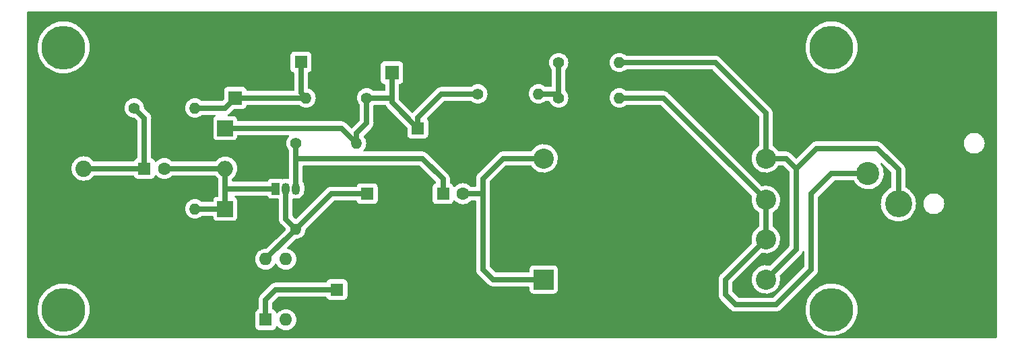
<source format=gbr>
%TF.GenerationSoftware,KiCad,Pcbnew,(6.0.4)*%
%TF.CreationDate,2022-04-22T11:51:34+02:00*%
%TF.ProjectId,ECM_Preamp,45434d5f-5072-4656-916d-702e6b696361,rev?*%
%TF.SameCoordinates,Original*%
%TF.FileFunction,Copper,L2,Bot*%
%TF.FilePolarity,Positive*%
%FSLAX46Y46*%
G04 Gerber Fmt 4.6, Leading zero omitted, Abs format (unit mm)*
G04 Created by KiCad (PCBNEW (6.0.4)) date 2022-04-22 11:51:34*
%MOMM*%
%LPD*%
G01*
G04 APERTURE LIST*
%TA.AperFunction,ComponentPad*%
%ADD10C,1.400000*%
%TD*%
%TA.AperFunction,ComponentPad*%
%ADD11O,1.400000X1.400000*%
%TD*%
%TA.AperFunction,ComponentPad*%
%ADD12R,1.600000X1.600000*%
%TD*%
%TA.AperFunction,ComponentPad*%
%ADD13C,1.600000*%
%TD*%
%TA.AperFunction,ComponentPad*%
%ADD14R,1.800000X1.800000*%
%TD*%
%TA.AperFunction,ComponentPad*%
%ADD15O,1.800000X1.800000*%
%TD*%
%TA.AperFunction,ComponentPad*%
%ADD16C,5.500000*%
%TD*%
%TA.AperFunction,ComponentPad*%
%ADD17O,1.600000X1.600000*%
%TD*%
%TA.AperFunction,ComponentPad*%
%ADD18C,2.050000*%
%TD*%
%TA.AperFunction,ComponentPad*%
%ADD19C,2.250000*%
%TD*%
%TA.AperFunction,ComponentPad*%
%ADD20R,2.000000X2.000000*%
%TD*%
%TA.AperFunction,ComponentPad*%
%ADD21O,2.000000X2.000000*%
%TD*%
%TA.AperFunction,ComponentPad*%
%ADD22R,1.050000X1.500000*%
%TD*%
%TA.AperFunction,ComponentPad*%
%ADD23O,1.050000X1.500000*%
%TD*%
%TA.AperFunction,ComponentPad*%
%ADD24R,2.540000X2.540000*%
%TD*%
%TA.AperFunction,ComponentPad*%
%ADD25C,2.540000*%
%TD*%
%TA.AperFunction,ComponentPad*%
%ADD26C,3.400000*%
%TD*%
%TA.AperFunction,ComponentPad*%
%ADD27C,2.900000*%
%TD*%
%TA.AperFunction,Conductor*%
%ADD28C,0.700000*%
%TD*%
G04 APERTURE END LIST*
D10*
%TO.P,R3,1*%
%TO.N,/V_SUP_A*%
X68580000Y-36830000D03*
D11*
%TO.P,R3,2*%
%TO.N,/V_SUP_B*%
X60960000Y-36830000D03*
%TD*%
D12*
%TO.P,C4,1*%
%TO.N,Net-(C4-Pad1)*%
X68644888Y-48895000D03*
D13*
%TO.P,C4,2*%
%TO.N,GND*%
X71144888Y-48895000D03*
%TD*%
D14*
%TO.P,D1,1,K*%
%TO.N,/V_SUP_B*%
X52070000Y-36830000D03*
D15*
%TO.P,D1,2,A*%
%TO.N,GND*%
X52070000Y-29210000D03*
%TD*%
D10*
%TO.P,R4,1*%
%TO.N,Net-(C5-Pad1)*%
X59690000Y-42545000D03*
D11*
%TO.P,R4,2*%
%TO.N,/V_SUP_A*%
X67310000Y-42545000D03*
%TD*%
D12*
%TO.P,C1,1*%
%TO.N,Net-(C1-Pad1)*%
X40640000Y-45720000D03*
D13*
%TO.P,C1,2*%
%TO.N,Net-(C1-Pad2)*%
X43140000Y-45720000D03*
%TD*%
D16*
%TO.P,REF\u002A\u002A,1*%
%TO.N,N/C*%
X127000000Y-30480000D03*
%TD*%
%TO.P,REF\u002A\u002A,1*%
%TO.N,N/C*%
X127000000Y-63500000D03*
%TD*%
D12*
%TO.P,SW1,1*%
%TO.N,Net-(C3-Pad1)*%
X55875000Y-64760000D03*
D17*
%TO.P,SW1,2*%
%TO.N,unconnected-(SW1-Pad2)*%
X58415000Y-64760000D03*
%TO.P,SW1,3*%
%TO.N,unconnected-(SW1-Pad3)*%
X58415000Y-57140000D03*
%TO.P,SW1,4*%
%TO.N,Net-(C4-Pad1)*%
X55875000Y-57140000D03*
%TD*%
D18*
%TO.P,J1,1,In*%
%TO.N,Net-(C1-Pad1)*%
X33020000Y-45720000D03*
D19*
%TO.P,J1,2,Ext*%
%TO.N,GND*%
X30480000Y-43180000D03*
X35560000Y-48260000D03*
X35560000Y-43180000D03*
X30480000Y-48260000D03*
%TD*%
D20*
%TO.P,D2,1,K*%
%TO.N,/V_SUP_A*%
X50800000Y-40640000D03*
D21*
%TO.P,D2,2,A*%
%TO.N,Net-(C1-Pad2)*%
X50800000Y-45720000D03*
%TD*%
D22*
%TO.P,Q1,1,G*%
%TO.N,Net-(C1-Pad2)*%
X57150000Y-48260000D03*
D23*
%TO.P,Q1,2,S*%
%TO.N,Net-(C4-Pad1)*%
X58420000Y-48260000D03*
%TO.P,Q1,3,D*%
%TO.N,Net-(C5-Pad1)*%
X59690000Y-48260000D03*
%TD*%
D12*
%TO.P,C5,1*%
%TO.N,Net-(C5-Pad1)*%
X78169888Y-48895000D03*
D13*
%TO.P,C5,2*%
%TO.N,Net-(C5-Pad2)*%
X80669888Y-48895000D03*
%TD*%
D10*
%TO.P,R1,1*%
%TO.N,Net-(C1-Pad1)*%
X39370000Y-38100000D03*
D11*
%TO.P,R1,2*%
%TO.N,/V_SUP_B*%
X46990000Y-38100000D03*
%TD*%
D10*
%TO.P,R7,1*%
%TO.N,/P48*%
X92710000Y-32385000D03*
D11*
%TO.P,R7,2*%
%TO.N,/MIC_A*%
X100330000Y-32385000D03*
%TD*%
D16*
%TO.P,REF\u002A\u002A,1*%
%TO.N,N/C*%
X30480000Y-63500000D03*
%TD*%
D12*
%TO.P,C6,1*%
%TO.N,/V_SUP_A*%
X74994887Y-40640000D03*
D13*
%TO.P,C6,2*%
%TO.N,GND*%
X77494887Y-40640000D03*
%TD*%
D12*
%TO.P,C2,1*%
%TO.N,/V_SUP_B*%
X60325000Y-32320112D03*
D13*
%TO.P,C2,2*%
%TO.N,GND*%
X60325000Y-29820112D03*
%TD*%
D16*
%TO.P,REF\u002A\u002A,1*%
%TO.N,N/C*%
X30480000Y-30480000D03*
%TD*%
D10*
%TO.P,R5,1*%
%TO.N,GND*%
X67310000Y-53340000D03*
D11*
%TO.P,R5,2*%
%TO.N,Net-(C4-Pad1)*%
X59690000Y-53340000D03*
%TD*%
D14*
%TO.P,D4,1,K*%
%TO.N,/V_SUP_A*%
X71755000Y-33655000D03*
D15*
%TO.P,D4,2,A*%
%TO.N,GND*%
X79375000Y-33655000D03*
%TD*%
D10*
%TO.P,R2,1*%
%TO.N,GND*%
X46990000Y-58420000D03*
D11*
%TO.P,R2,2*%
%TO.N,Net-(C1-Pad2)*%
X46990000Y-50800000D03*
%TD*%
D24*
%TO.P,TR1,1,1*%
%TO.N,Net-(C5-Pad2)*%
X90805000Y-59690000D03*
D25*
%TO.P,TR1,2,2*%
%TO.N,GND*%
X90805000Y-54610000D03*
%TO.P,TR1,3,3*%
X90805000Y-49530000D03*
%TO.P,TR1,4,4*%
%TO.N,Net-(C5-Pad2)*%
X90805000Y-44450000D03*
%TO.P,TR1,5,5*%
%TO.N,/MIC_A*%
X118745000Y-59690000D03*
%TO.P,TR1,6,6*%
%TO.N,/MIC_B*%
X118745000Y-54610000D03*
%TO.P,TR1,7,7*%
X118745000Y-49690000D03*
%TO.P,TR1,8,8*%
%TO.N,/MIC_A*%
X118745000Y-44450000D03*
%TO.P,TR1,9,SHLD*%
%TO.N,GND*%
X115805000Y-52190000D03*
%TD*%
D20*
%TO.P,D3,1,K*%
%TO.N,Net-(C1-Pad2)*%
X50800000Y-50800000D03*
D21*
%TO.P,D3,2,A*%
%TO.N,GND*%
X50800000Y-55880000D03*
%TD*%
D10*
%TO.P,R8,1*%
%TO.N,/P48*%
X92710000Y-36830000D03*
D11*
%TO.P,R8,2*%
%TO.N,/MIC_B*%
X100330000Y-36830000D03*
%TD*%
D12*
%TO.P,C3,1*%
%TO.N,Net-(C3-Pad1)*%
X64834888Y-60960000D03*
D13*
%TO.P,C3,2*%
%TO.N,GND*%
X67334888Y-60960000D03*
%TD*%
D10*
%TO.P,R6,1*%
%TO.N,/V_SUP_A*%
X82550000Y-36322000D03*
D11*
%TO.P,R6,2*%
%TO.N,/P48*%
X90170000Y-36322000D03*
%TD*%
D26*
%TO.P,J2,1*%
%TO.N,GND*%
X136035000Y-42545000D03*
%TO.P,J2,2*%
%TO.N,/MIC_A*%
X135400000Y-50165000D03*
D27*
%TO.P,J2,3*%
%TO.N,/MIC_B*%
X131585000Y-46355000D03*
%TD*%
D28*
%TO.N,Net-(C1-Pad1)*%
X40640000Y-45720000D02*
X40640000Y-39370000D01*
X33020000Y-45720000D02*
X40640000Y-45720000D01*
X40640000Y-39370000D02*
X39370000Y-38100000D01*
%TO.N,Net-(C1-Pad2)*%
X46990000Y-50800000D02*
X50800000Y-50800000D01*
X50800000Y-48260000D02*
X50800000Y-45720000D01*
X43140000Y-45720000D02*
X50800000Y-45720000D01*
X57150000Y-48260000D02*
X50800000Y-48260000D01*
X50800000Y-50800000D02*
X50800000Y-48260000D01*
%TO.N,/V_SUP_B*%
X60325000Y-32320112D02*
X60325000Y-36195000D01*
X46990000Y-38100000D02*
X50800000Y-38100000D01*
X50800000Y-38100000D02*
X52070000Y-36830000D01*
X60325000Y-36195000D02*
X60960000Y-36830000D01*
X52070000Y-36830000D02*
X60960000Y-36830000D01*
%TO.N,Net-(C3-Pad1)*%
X55875000Y-64760000D02*
X55875000Y-62235000D01*
X55875000Y-62235000D02*
X57150000Y-60960000D01*
X57150000Y-60960000D02*
X64834888Y-60960000D01*
%TO.N,Net-(C4-Pad1)*%
X55890000Y-57140000D02*
X59690000Y-53340000D01*
X58420000Y-48260000D02*
X58420000Y-52070000D01*
X64135000Y-48895000D02*
X59690000Y-53340000D01*
X68644888Y-48895000D02*
X64135000Y-48895000D01*
X55875000Y-57140000D02*
X55890000Y-57140000D01*
X58420000Y-52070000D02*
X59690000Y-53340000D01*
%TO.N,Net-(C5-Pad1)*%
X75565000Y-44450000D02*
X59690000Y-44450000D01*
X78169888Y-47054888D02*
X75565000Y-44450000D01*
X59690000Y-44450000D02*
X59690000Y-42545000D01*
X78169888Y-48895000D02*
X78169888Y-47054888D01*
X59690000Y-48260000D02*
X59690000Y-44450000D01*
%TO.N,Net-(C5-Pad2)*%
X80669888Y-48895000D02*
X83185000Y-48895000D01*
X83185000Y-46990000D02*
X85725000Y-44450000D01*
X85725000Y-44450000D02*
X90805000Y-44450000D01*
X83185000Y-48895000D02*
X83185000Y-46990000D01*
X90805000Y-59690000D02*
X84455000Y-59690000D01*
X84455000Y-59690000D02*
X83185000Y-58420000D01*
X83185000Y-58420000D02*
X83185000Y-48895000D01*
%TO.N,/V_SUP_A*%
X71755000Y-37400113D02*
X74994887Y-40640000D01*
X71755000Y-33655000D02*
X71755000Y-36830000D01*
X67310000Y-41275000D02*
X68580000Y-40005000D01*
X71755000Y-36830000D02*
X71755000Y-37400113D01*
X74994887Y-39305113D02*
X77978000Y-36322000D01*
X67310000Y-42545000D02*
X67310000Y-41275000D01*
X68580000Y-40005000D02*
X68580000Y-36830000D01*
X68580000Y-36830000D02*
X71755000Y-36830000D01*
X77978000Y-36322000D02*
X82550000Y-36322000D01*
X65405000Y-40640000D02*
X67310000Y-42545000D01*
X74994887Y-40640000D02*
X74994887Y-39305113D01*
X50800000Y-40640000D02*
X65405000Y-40640000D01*
%TO.N,/MIC_A*%
X100330000Y-32385000D02*
X112395000Y-32385000D01*
X125095000Y-43180000D02*
X122555000Y-45720000D01*
X118745000Y-59690000D02*
X122555000Y-55880000D01*
X122555000Y-55880000D02*
X122555000Y-45720000D01*
X122555000Y-45720000D02*
X121285000Y-44450000D01*
X132715000Y-43180000D02*
X125095000Y-43180000D01*
X112395000Y-32385000D02*
X118745000Y-38735000D01*
X121285000Y-44450000D02*
X118745000Y-44450000D01*
X118745000Y-38735000D02*
X118745000Y-44450000D01*
X135400000Y-45865000D02*
X132715000Y-43180000D01*
X135400000Y-50165000D02*
X135400000Y-45865000D01*
%TO.N,/MIC_B*%
X105885000Y-36830000D02*
X118745000Y-49690000D01*
X113665000Y-61595000D02*
X113665000Y-59690000D01*
X100330000Y-36830000D02*
X105885000Y-36830000D01*
X131585000Y-46355000D02*
X127000000Y-46355000D01*
X124460000Y-48895000D02*
X124460000Y-58420000D01*
X114935000Y-62865000D02*
X113665000Y-61595000D01*
X127000000Y-46355000D02*
X124460000Y-48895000D01*
X118745000Y-54610000D02*
X118745000Y-49690000D01*
X113665000Y-59690000D02*
X118745000Y-54610000D01*
X120015000Y-62865000D02*
X114935000Y-62865000D01*
X124460000Y-58420000D02*
X120015000Y-62865000D01*
%TO.N,/P48*%
X92202000Y-36322000D02*
X92710000Y-36830000D01*
X92710000Y-36830000D02*
X92710000Y-32385000D01*
X90170000Y-36322000D02*
X92202000Y-36322000D01*
%TD*%
%TA.AperFunction,Conductor*%
%TO.N,GND*%
G36*
X147769621Y-25928502D02*
G01*
X147816114Y-25982158D01*
X147827500Y-26034500D01*
X147827500Y-66929500D01*
X147807498Y-66997621D01*
X147753842Y-67044114D01*
X147701500Y-67055500D01*
X26034500Y-67055500D01*
X25966379Y-67035498D01*
X25919886Y-66981842D01*
X25908500Y-66929500D01*
X25908500Y-63488609D01*
X27216734Y-63488609D01*
X27216906Y-63492004D01*
X27216906Y-63492005D01*
X27227752Y-63706109D01*
X27234591Y-63841106D01*
X27235128Y-63844461D01*
X27235129Y-63844467D01*
X27254190Y-63963471D01*
X27290412Y-64189613D01*
X27383546Y-64530053D01*
X27512903Y-64858443D01*
X27514486Y-64861458D01*
X27675384Y-65167926D01*
X27675389Y-65167934D01*
X27676968Y-65170942D01*
X27678862Y-65173760D01*
X27678867Y-65173769D01*
X27838792Y-65411762D01*
X27873824Y-65463895D01*
X28101167Y-65733873D01*
X28103627Y-65736224D01*
X28103630Y-65736227D01*
X28353875Y-65975366D01*
X28353882Y-65975372D01*
X28356338Y-65977719D01*
X28636351Y-66192581D01*
X28639269Y-66194355D01*
X28935017Y-66374173D01*
X28935022Y-66374176D01*
X28937932Y-66375945D01*
X28941020Y-66377391D01*
X28941019Y-66377391D01*
X29254468Y-66524222D01*
X29254478Y-66524226D01*
X29257552Y-66525666D01*
X29260770Y-66526768D01*
X29260773Y-66526769D01*
X29588241Y-66638887D01*
X29588245Y-66638888D01*
X29591472Y-66639993D01*
X29594802Y-66640743D01*
X29594811Y-66640746D01*
X29838164Y-66695587D01*
X29935786Y-66717587D01*
X29939171Y-66717973D01*
X29939179Y-66717974D01*
X30283083Y-66757157D01*
X30283091Y-66757157D01*
X30286466Y-66757542D01*
X30289870Y-66757560D01*
X30289873Y-66757560D01*
X30481627Y-66758564D01*
X30639411Y-66759390D01*
X30642797Y-66759040D01*
X30642799Y-66759040D01*
X30987098Y-66723461D01*
X30987107Y-66723460D01*
X30990490Y-66723110D01*
X30993823Y-66722396D01*
X30993826Y-66722395D01*
X31163692Y-66685979D01*
X31335598Y-66649125D01*
X31670697Y-66538301D01*
X31991867Y-66391936D01*
X32085405Y-66336397D01*
X32292407Y-66213489D01*
X32292412Y-66213486D01*
X32295352Y-66211740D01*
X32320870Y-66192581D01*
X32574867Y-66001874D01*
X32577600Y-65999822D01*
X32835310Y-65758661D01*
X32964784Y-65608134D01*
X54566500Y-65608134D01*
X54573255Y-65670316D01*
X54624385Y-65806705D01*
X54711739Y-65923261D01*
X54828295Y-66010615D01*
X54964684Y-66061745D01*
X55026866Y-66068500D01*
X56723134Y-66068500D01*
X56785316Y-66061745D01*
X56921705Y-66010615D01*
X57038261Y-65923261D01*
X57125615Y-65806705D01*
X57176745Y-65670316D01*
X57177917Y-65659526D01*
X57178803Y-65657394D01*
X57179425Y-65654778D01*
X57179848Y-65654879D01*
X57205155Y-65593965D01*
X57263517Y-65553537D01*
X57334471Y-65551078D01*
X57395490Y-65587371D01*
X57402489Y-65596031D01*
X57405643Y-65599789D01*
X57408802Y-65604300D01*
X57570700Y-65766198D01*
X57575208Y-65769355D01*
X57575211Y-65769357D01*
X57616542Y-65798297D01*
X57758251Y-65897523D01*
X57763233Y-65899846D01*
X57763238Y-65899849D01*
X57960775Y-65991961D01*
X57965757Y-65994284D01*
X57971065Y-65995706D01*
X57971067Y-65995707D01*
X58181598Y-66052119D01*
X58181600Y-66052119D01*
X58186913Y-66053543D01*
X58415000Y-66073498D01*
X58643087Y-66053543D01*
X58648400Y-66052119D01*
X58648402Y-66052119D01*
X58858933Y-65995707D01*
X58858935Y-65995706D01*
X58864243Y-65994284D01*
X58869225Y-65991961D01*
X59066762Y-65899849D01*
X59066767Y-65899846D01*
X59071749Y-65897523D01*
X59213458Y-65798297D01*
X59254789Y-65769357D01*
X59254792Y-65769355D01*
X59259300Y-65766198D01*
X59421198Y-65604300D01*
X59552523Y-65416749D01*
X59554846Y-65411767D01*
X59554849Y-65411762D01*
X59646961Y-65214225D01*
X59646961Y-65214224D01*
X59649284Y-65209243D01*
X59708543Y-64988087D01*
X59728498Y-64760000D01*
X59708543Y-64531913D01*
X59649284Y-64310757D01*
X59609880Y-64226254D01*
X59554849Y-64108238D01*
X59554846Y-64108233D01*
X59552523Y-64103251D01*
X59421198Y-63915700D01*
X59259300Y-63753802D01*
X59254792Y-63750645D01*
X59254789Y-63750643D01*
X59157456Y-63682490D01*
X59071749Y-63622477D01*
X59066767Y-63620154D01*
X59066762Y-63620151D01*
X58869225Y-63528039D01*
X58869224Y-63528039D01*
X58864243Y-63525716D01*
X58858935Y-63524294D01*
X58858933Y-63524293D01*
X58648402Y-63467881D01*
X58648400Y-63467881D01*
X58643087Y-63466457D01*
X58415000Y-63446502D01*
X58186913Y-63466457D01*
X58181600Y-63467881D01*
X58181598Y-63467881D01*
X57971067Y-63524293D01*
X57971065Y-63524294D01*
X57965757Y-63525716D01*
X57960776Y-63528039D01*
X57960775Y-63528039D01*
X57763238Y-63620151D01*
X57763233Y-63620154D01*
X57758251Y-63622477D01*
X57672544Y-63682490D01*
X57575211Y-63750643D01*
X57575208Y-63750645D01*
X57570700Y-63753802D01*
X57408802Y-63915700D01*
X57405643Y-63920211D01*
X57402108Y-63924424D01*
X57400974Y-63923473D01*
X57350929Y-63963471D01*
X57280310Y-63970776D01*
X57216951Y-63938742D01*
X57180970Y-63877538D01*
X57177918Y-63860483D01*
X57176745Y-63849684D01*
X57125615Y-63713295D01*
X57038261Y-63596739D01*
X56921705Y-63509385D01*
X56891853Y-63498194D01*
X56815270Y-63469484D01*
X56758506Y-63426842D01*
X56733806Y-63360281D01*
X56733500Y-63351502D01*
X56733500Y-62642792D01*
X56753502Y-62574671D01*
X56770405Y-62553697D01*
X57468697Y-61855405D01*
X57531009Y-61821379D01*
X57557792Y-61818500D01*
X63426390Y-61818500D01*
X63494511Y-61838502D01*
X63541004Y-61892158D01*
X63544372Y-61900270D01*
X63584273Y-62006705D01*
X63671627Y-62123261D01*
X63788183Y-62210615D01*
X63924572Y-62261745D01*
X63986754Y-62268500D01*
X65683022Y-62268500D01*
X65745204Y-62261745D01*
X65881593Y-62210615D01*
X65998149Y-62123261D01*
X66085503Y-62006705D01*
X66136633Y-61870316D01*
X66143388Y-61808134D01*
X66143388Y-60111866D01*
X66136633Y-60049684D01*
X66085503Y-59913295D01*
X65998149Y-59796739D01*
X65881593Y-59709385D01*
X65745204Y-59658255D01*
X65683022Y-59651500D01*
X63986754Y-59651500D01*
X63924572Y-59658255D01*
X63788183Y-59709385D01*
X63671627Y-59796739D01*
X63584273Y-59913295D01*
X63581121Y-59921703D01*
X63544372Y-60019730D01*
X63501730Y-60076494D01*
X63435169Y-60101194D01*
X63426390Y-60101500D01*
X57191390Y-60101500D01*
X57180847Y-60101058D01*
X57128901Y-60096696D01*
X57122141Y-60097598D01*
X57122139Y-60097598D01*
X57048398Y-60107437D01*
X57045343Y-60107807D01*
X57013111Y-60111309D01*
X56964563Y-60116583D01*
X56958099Y-60118758D01*
X56954824Y-60119478D01*
X56954428Y-60119548D01*
X56954004Y-60119671D01*
X56950784Y-60120462D01*
X56944011Y-60121366D01*
X56867677Y-60149149D01*
X56864802Y-60150156D01*
X56846227Y-60156407D01*
X56787777Y-60176078D01*
X56781923Y-60179596D01*
X56778916Y-60180985D01*
X56778511Y-60181152D01*
X56778135Y-60181357D01*
X56775148Y-60182827D01*
X56768732Y-60185162D01*
X56700080Y-60228730D01*
X56697611Y-60230255D01*
X56627891Y-60272147D01*
X56622934Y-60276834D01*
X56620277Y-60278851D01*
X56619531Y-60279369D01*
X56615598Y-60282344D01*
X56611241Y-60285109D01*
X56606968Y-60288930D01*
X56552989Y-60342909D01*
X56550467Y-60345363D01*
X56492364Y-60400308D01*
X56488526Y-60405956D01*
X56484107Y-60411148D01*
X56483707Y-60410808D01*
X56477098Y-60418800D01*
X55886037Y-61009860D01*
X55297217Y-61598680D01*
X55289451Y-61605822D01*
X55249633Y-61639471D01*
X55245486Y-61644895D01*
X55245485Y-61644896D01*
X55200326Y-61703962D01*
X55198432Y-61706379D01*
X55147490Y-61769738D01*
X55144453Y-61775857D01*
X55142665Y-61778652D01*
X55142412Y-61779013D01*
X55142210Y-61779380D01*
X55140479Y-61782238D01*
X55136340Y-61787652D01*
X55121590Y-61819283D01*
X55102015Y-61861262D01*
X55100681Y-61864033D01*
X55064553Y-61936814D01*
X55062902Y-61943435D01*
X55061751Y-61946563D01*
X55061587Y-61946956D01*
X55061468Y-61947361D01*
X55060391Y-61950525D01*
X55057510Y-61956704D01*
X55046334Y-62006705D01*
X55039785Y-62036002D01*
X55039076Y-62038998D01*
X55019428Y-62117801D01*
X55019237Y-62124622D01*
X55018785Y-62127925D01*
X55018626Y-62128809D01*
X55017948Y-62133692D01*
X55016820Y-62138740D01*
X55016500Y-62144463D01*
X55016500Y-62220844D01*
X55016451Y-62224363D01*
X55014219Y-62304257D01*
X55015498Y-62310961D01*
X55016045Y-62317762D01*
X55015525Y-62317804D01*
X55016500Y-62328125D01*
X55016500Y-63351502D01*
X54996498Y-63419623D01*
X54942842Y-63466116D01*
X54934730Y-63469484D01*
X54858147Y-63498194D01*
X54828295Y-63509385D01*
X54711739Y-63596739D01*
X54624385Y-63713295D01*
X54573255Y-63849684D01*
X54566500Y-63911866D01*
X54566500Y-65608134D01*
X32964784Y-65608134D01*
X33065468Y-65491078D01*
X33265380Y-65200203D01*
X33266992Y-65197209D01*
X33266997Y-65197201D01*
X33431087Y-64892452D01*
X33432709Y-64889440D01*
X33565498Y-64562422D01*
X33573816Y-64533223D01*
X33613844Y-64392699D01*
X33662191Y-64222976D01*
X33668469Y-64186247D01*
X33721087Y-63878420D01*
X33721087Y-63878418D01*
X33721659Y-63875073D01*
X33722553Y-63860471D01*
X33743096Y-63524580D01*
X33743206Y-63522782D01*
X33743286Y-63500000D01*
X33724199Y-63147567D01*
X33667161Y-62799257D01*
X33572839Y-62459145D01*
X33569849Y-62451630D01*
X33445335Y-62138740D01*
X33442338Y-62131208D01*
X33344858Y-61947100D01*
X33278777Y-61822295D01*
X33278775Y-61822292D01*
X33277182Y-61819283D01*
X33272609Y-61812529D01*
X33081211Y-61529834D01*
X33081204Y-61529825D01*
X33079305Y-61527020D01*
X33077109Y-61524430D01*
X33077104Y-61524424D01*
X32909767Y-61327108D01*
X32851021Y-61257837D01*
X32595001Y-61014883D01*
X32592294Y-61012821D01*
X32592286Y-61012814D01*
X32396094Y-60863357D01*
X32314239Y-60801000D01*
X32012020Y-60618689D01*
X32008930Y-60617255D01*
X32008925Y-60617252D01*
X31812174Y-60525924D01*
X31691879Y-60470085D01*
X31688654Y-60468993D01*
X31688648Y-60468991D01*
X31360798Y-60358020D01*
X31360793Y-60358018D01*
X31357562Y-60356925D01*
X31343832Y-60353881D01*
X31170105Y-60315367D01*
X31012979Y-60280533D01*
X30888353Y-60266774D01*
X30665543Y-60242175D01*
X30665538Y-60242175D01*
X30662162Y-60241802D01*
X30658763Y-60241796D01*
X30658762Y-60241796D01*
X30492289Y-60241506D01*
X30309213Y-60241186D01*
X30178206Y-60255187D01*
X29961646Y-60278330D01*
X29961640Y-60278331D01*
X29958262Y-60278692D01*
X29613414Y-60353881D01*
X29278704Y-60465873D01*
X28958047Y-60613359D01*
X28655194Y-60794613D01*
X28373687Y-61007515D01*
X28116820Y-61249574D01*
X28114608Y-61252164D01*
X28114607Y-61252165D01*
X27935609Y-61461745D01*
X27887598Y-61517959D01*
X27885670Y-61520786D01*
X27885668Y-61520788D01*
X27859677Y-61558889D01*
X27688702Y-61809530D01*
X27651734Y-61878765D01*
X27527589Y-62111267D01*
X27522458Y-62120876D01*
X27521183Y-62124048D01*
X27521181Y-62124052D01*
X27443311Y-62317762D01*
X27390813Y-62448355D01*
X27389894Y-62451623D01*
X27389892Y-62451630D01*
X27296225Y-62784858D01*
X27295304Y-62788136D01*
X27294743Y-62791489D01*
X27294742Y-62791493D01*
X27237614Y-63132880D01*
X27237051Y-63136245D01*
X27216734Y-63488609D01*
X25908500Y-63488609D01*
X25908500Y-45720000D01*
X31481758Y-45720000D01*
X31500696Y-45960634D01*
X31501850Y-45965441D01*
X31501851Y-45965447D01*
X31528955Y-46078340D01*
X31557045Y-46195343D01*
X31558938Y-46199914D01*
X31558939Y-46199916D01*
X31646449Y-46411183D01*
X31649416Y-46418347D01*
X31775536Y-46624156D01*
X31932299Y-46807701D01*
X32115844Y-46964464D01*
X32321653Y-47090584D01*
X32326223Y-47092477D01*
X32326227Y-47092479D01*
X32540084Y-47181061D01*
X32544657Y-47182955D01*
X32627039Y-47202733D01*
X32774553Y-47238149D01*
X32774559Y-47238150D01*
X32779366Y-47239304D01*
X33020000Y-47258242D01*
X33260634Y-47239304D01*
X33265441Y-47238150D01*
X33265447Y-47238149D01*
X33412961Y-47202733D01*
X33495343Y-47182955D01*
X33499916Y-47181061D01*
X33713773Y-47092479D01*
X33713777Y-47092477D01*
X33718347Y-47090584D01*
X33924156Y-46964464D01*
X34107701Y-46807701D01*
X34177312Y-46726198D01*
X34264464Y-46624156D01*
X34265940Y-46625417D01*
X34315622Y-46587093D01*
X34361355Y-46578500D01*
X39231502Y-46578500D01*
X39299623Y-46598502D01*
X39346116Y-46652158D01*
X39349484Y-46660270D01*
X39372739Y-46722301D01*
X39389385Y-46766705D01*
X39476739Y-46883261D01*
X39593295Y-46970615D01*
X39729684Y-47021745D01*
X39791866Y-47028500D01*
X41488134Y-47028500D01*
X41550316Y-47021745D01*
X41686705Y-46970615D01*
X41803261Y-46883261D01*
X41890615Y-46766705D01*
X41941745Y-46630316D01*
X41943691Y-46631046D01*
X41973545Y-46578795D01*
X42036503Y-46545979D01*
X42107207Y-46552409D01*
X42150000Y-46580498D01*
X42295700Y-46726198D01*
X42300208Y-46729355D01*
X42300211Y-46729357D01*
X42327929Y-46748765D01*
X42483251Y-46857523D01*
X42488233Y-46859846D01*
X42488238Y-46859849D01*
X42644806Y-46932857D01*
X42690757Y-46954284D01*
X42696065Y-46955706D01*
X42696067Y-46955707D01*
X42906598Y-47012119D01*
X42906600Y-47012119D01*
X42911913Y-47013543D01*
X43140000Y-47033498D01*
X43368087Y-47013543D01*
X43373400Y-47012119D01*
X43373402Y-47012119D01*
X43583933Y-46955707D01*
X43583935Y-46955706D01*
X43589243Y-46954284D01*
X43635194Y-46932857D01*
X43791762Y-46859849D01*
X43791767Y-46859846D01*
X43796749Y-46857523D01*
X43952071Y-46748765D01*
X43979789Y-46729357D01*
X43979792Y-46729355D01*
X43984300Y-46726198D01*
X44095093Y-46615405D01*
X44157405Y-46581379D01*
X44184188Y-46578500D01*
X49491332Y-46578500D01*
X49559453Y-46598502D01*
X49587143Y-46622669D01*
X49710162Y-46766705D01*
X49730031Y-46789969D01*
X49733787Y-46793177D01*
X49897331Y-46932857D01*
X49936140Y-46992308D01*
X49941500Y-47028668D01*
X49941500Y-48178990D01*
X49939808Y-48199569D01*
X49937784Y-48211795D01*
X49938141Y-48218611D01*
X49938141Y-48218615D01*
X49941327Y-48279393D01*
X49941500Y-48285988D01*
X49941500Y-49165500D01*
X49921498Y-49233621D01*
X49867842Y-49280114D01*
X49815500Y-49291500D01*
X49751866Y-49291500D01*
X49689684Y-49298255D01*
X49553295Y-49349385D01*
X49436739Y-49436739D01*
X49349385Y-49553295D01*
X49298255Y-49689684D01*
X49291500Y-49751866D01*
X49291500Y-49815500D01*
X49271498Y-49883621D01*
X49217842Y-49930114D01*
X49165500Y-49941500D01*
X47892767Y-49941500D01*
X47824646Y-49921498D01*
X47803672Y-49904595D01*
X47769776Y-49870699D01*
X47596558Y-49749411D01*
X47591580Y-49747090D01*
X47591577Y-49747088D01*
X47409892Y-49662367D01*
X47409891Y-49662366D01*
X47404910Y-49660044D01*
X47399602Y-49658622D01*
X47399600Y-49658621D01*
X47205970Y-49606738D01*
X47205968Y-49606738D01*
X47200655Y-49605314D01*
X46990000Y-49586884D01*
X46779345Y-49605314D01*
X46774032Y-49606738D01*
X46774030Y-49606738D01*
X46580400Y-49658621D01*
X46580398Y-49658622D01*
X46575090Y-49660044D01*
X46570109Y-49662366D01*
X46570108Y-49662367D01*
X46388423Y-49747088D01*
X46388420Y-49747090D01*
X46383442Y-49749411D01*
X46210224Y-49870699D01*
X46060699Y-50020224D01*
X45939411Y-50193442D01*
X45937090Y-50198420D01*
X45937088Y-50198423D01*
X45852367Y-50380108D01*
X45850044Y-50385090D01*
X45795314Y-50589345D01*
X45776884Y-50800000D01*
X45795314Y-51010655D01*
X45796738Y-51015968D01*
X45796738Y-51015970D01*
X45805572Y-51048937D01*
X45850044Y-51214910D01*
X45852366Y-51219891D01*
X45852367Y-51219892D01*
X45936683Y-51400707D01*
X45939411Y-51406558D01*
X46060699Y-51579776D01*
X46210224Y-51729301D01*
X46383442Y-51850589D01*
X46388420Y-51852910D01*
X46388423Y-51852912D01*
X46570108Y-51937633D01*
X46575090Y-51939956D01*
X46580398Y-51941378D01*
X46580400Y-51941379D01*
X46774030Y-51993262D01*
X46774032Y-51993262D01*
X46779345Y-51994686D01*
X46990000Y-52013116D01*
X47200655Y-51994686D01*
X47205968Y-51993262D01*
X47205970Y-51993262D01*
X47399600Y-51941379D01*
X47399602Y-51941378D01*
X47404910Y-51939956D01*
X47409892Y-51937633D01*
X47591577Y-51852912D01*
X47591580Y-51852910D01*
X47596558Y-51850589D01*
X47769776Y-51729301D01*
X47803672Y-51695405D01*
X47865984Y-51661379D01*
X47892767Y-51658500D01*
X49165500Y-51658500D01*
X49233621Y-51678502D01*
X49280114Y-51732158D01*
X49291500Y-51784500D01*
X49291500Y-51848134D01*
X49298255Y-51910316D01*
X49349385Y-52046705D01*
X49436739Y-52163261D01*
X49553295Y-52250615D01*
X49689684Y-52301745D01*
X49751866Y-52308500D01*
X51848134Y-52308500D01*
X51910316Y-52301745D01*
X52046705Y-52250615D01*
X52163261Y-52163261D01*
X52250615Y-52046705D01*
X52301745Y-51910316D01*
X52308500Y-51848134D01*
X52308500Y-49751866D01*
X52301745Y-49689684D01*
X52250615Y-49553295D01*
X52163261Y-49436739D01*
X52046705Y-49349385D01*
X52047571Y-49348229D01*
X52004202Y-49304763D01*
X51989187Y-49235372D01*
X52014071Y-49168880D01*
X52070954Y-49126396D01*
X52114856Y-49118500D01*
X56035246Y-49118500D01*
X56103367Y-49138502D01*
X56149860Y-49192158D01*
X56153228Y-49200270D01*
X56165731Y-49233621D01*
X56174385Y-49256705D01*
X56261739Y-49373261D01*
X56378295Y-49460615D01*
X56514684Y-49511745D01*
X56576866Y-49518500D01*
X57435500Y-49518500D01*
X57503621Y-49538502D01*
X57550114Y-49592158D01*
X57561500Y-49644500D01*
X57561500Y-52028610D01*
X57561058Y-52039152D01*
X57556696Y-52091099D01*
X57557598Y-52097859D01*
X57557598Y-52097861D01*
X57567437Y-52171602D01*
X57567807Y-52174657D01*
X57576583Y-52255437D01*
X57578758Y-52261901D01*
X57579478Y-52265176D01*
X57579548Y-52265572D01*
X57579671Y-52265996D01*
X57580462Y-52269216D01*
X57581366Y-52275989D01*
X57609139Y-52352294D01*
X57610156Y-52355198D01*
X57611538Y-52359304D01*
X57636078Y-52432223D01*
X57639596Y-52438077D01*
X57640985Y-52441084D01*
X57641152Y-52441489D01*
X57641357Y-52441865D01*
X57642827Y-52444852D01*
X57645162Y-52451268D01*
X57688730Y-52519920D01*
X57690255Y-52522389D01*
X57732147Y-52592109D01*
X57736834Y-52597066D01*
X57738851Y-52599723D01*
X57739369Y-52600469D01*
X57742344Y-52604402D01*
X57745109Y-52608759D01*
X57748930Y-52613032D01*
X57802908Y-52667010D01*
X57805362Y-52669532D01*
X57860308Y-52727636D01*
X57865950Y-52731471D01*
X57871148Y-52735894D01*
X57870811Y-52736290D01*
X57878802Y-52742904D01*
X58386803Y-53250905D01*
X58420829Y-53313217D01*
X58415764Y-53384032D01*
X58386803Y-53429095D01*
X57202737Y-54613160D01*
X56021739Y-55794158D01*
X55959427Y-55828184D01*
X55921664Y-55830584D01*
X55880477Y-55826981D01*
X55880475Y-55826981D01*
X55875000Y-55826502D01*
X55646913Y-55846457D01*
X55641600Y-55847881D01*
X55641598Y-55847881D01*
X55431067Y-55904293D01*
X55431065Y-55904294D01*
X55425757Y-55905716D01*
X55420776Y-55908039D01*
X55420775Y-55908039D01*
X55223238Y-56000151D01*
X55223233Y-56000154D01*
X55218251Y-56002477D01*
X55150591Y-56049853D01*
X55035211Y-56130643D01*
X55035208Y-56130645D01*
X55030700Y-56133802D01*
X54868802Y-56295700D01*
X54865645Y-56300208D01*
X54865643Y-56300211D01*
X54840340Y-56336348D01*
X54737477Y-56483251D01*
X54735154Y-56488233D01*
X54735151Y-56488238D01*
X54643039Y-56685775D01*
X54640716Y-56690757D01*
X54581457Y-56911913D01*
X54561502Y-57140000D01*
X54581457Y-57368087D01*
X54640716Y-57589243D01*
X54643039Y-57594224D01*
X54643039Y-57594225D01*
X54735151Y-57791762D01*
X54735154Y-57791767D01*
X54737477Y-57796749D01*
X54740634Y-57801257D01*
X54862130Y-57974771D01*
X54868802Y-57984300D01*
X55030700Y-58146198D01*
X55035208Y-58149355D01*
X55035211Y-58149357D01*
X55069398Y-58173295D01*
X55218251Y-58277523D01*
X55223233Y-58279846D01*
X55223238Y-58279849D01*
X55420775Y-58371961D01*
X55425757Y-58374284D01*
X55431065Y-58375706D01*
X55431067Y-58375707D01*
X55641598Y-58432119D01*
X55641600Y-58432119D01*
X55646913Y-58433543D01*
X55875000Y-58453498D01*
X56103087Y-58433543D01*
X56108400Y-58432119D01*
X56108402Y-58432119D01*
X56318933Y-58375707D01*
X56318935Y-58375706D01*
X56324243Y-58374284D01*
X56329225Y-58371961D01*
X56526762Y-58279849D01*
X56526767Y-58279846D01*
X56531749Y-58277523D01*
X56680602Y-58173295D01*
X56714789Y-58149357D01*
X56714792Y-58149355D01*
X56719300Y-58146198D01*
X56881198Y-57984300D01*
X56887871Y-57974771D01*
X57009366Y-57801257D01*
X57012523Y-57796749D01*
X57014846Y-57791767D01*
X57014849Y-57791762D01*
X57030805Y-57757543D01*
X57077722Y-57704258D01*
X57145999Y-57684797D01*
X57213959Y-57705339D01*
X57259195Y-57757543D01*
X57275151Y-57791762D01*
X57275154Y-57791767D01*
X57277477Y-57796749D01*
X57280634Y-57801257D01*
X57402130Y-57974771D01*
X57408802Y-57984300D01*
X57570700Y-58146198D01*
X57575208Y-58149355D01*
X57575211Y-58149357D01*
X57609398Y-58173295D01*
X57758251Y-58277523D01*
X57763233Y-58279846D01*
X57763238Y-58279849D01*
X57960775Y-58371961D01*
X57965757Y-58374284D01*
X57971065Y-58375706D01*
X57971067Y-58375707D01*
X58181598Y-58432119D01*
X58181600Y-58432119D01*
X58186913Y-58433543D01*
X58415000Y-58453498D01*
X58643087Y-58433543D01*
X58648400Y-58432119D01*
X58648402Y-58432119D01*
X58858933Y-58375707D01*
X58858935Y-58375706D01*
X58864243Y-58374284D01*
X58869225Y-58371961D01*
X59066762Y-58279849D01*
X59066767Y-58279846D01*
X59071749Y-58277523D01*
X59220602Y-58173295D01*
X59254789Y-58149357D01*
X59254792Y-58149355D01*
X59259300Y-58146198D01*
X59421198Y-57984300D01*
X59427871Y-57974771D01*
X59549366Y-57801257D01*
X59552523Y-57796749D01*
X59554846Y-57791767D01*
X59554849Y-57791762D01*
X59646961Y-57594225D01*
X59646961Y-57594224D01*
X59649284Y-57589243D01*
X59708543Y-57368087D01*
X59728498Y-57140000D01*
X59708543Y-56911913D01*
X59649284Y-56690757D01*
X59646961Y-56685775D01*
X59554849Y-56488238D01*
X59554846Y-56488233D01*
X59552523Y-56483251D01*
X59449660Y-56336348D01*
X59424357Y-56300211D01*
X59424355Y-56300208D01*
X59421198Y-56295700D01*
X59259300Y-56133802D01*
X59254792Y-56130645D01*
X59254789Y-56130643D01*
X59139409Y-56049853D01*
X59071749Y-56002477D01*
X59066767Y-56000154D01*
X59066762Y-56000151D01*
X58869225Y-55908039D01*
X58869224Y-55908039D01*
X58864243Y-55905716D01*
X58660314Y-55851073D01*
X58599692Y-55814121D01*
X58568670Y-55750260D01*
X58577099Y-55679766D01*
X58603831Y-55640271D01*
X59658652Y-54585450D01*
X59720964Y-54551424D01*
X59736764Y-54549024D01*
X59900655Y-54534686D01*
X60035882Y-54498452D01*
X60099600Y-54481379D01*
X60099602Y-54481378D01*
X60104910Y-54479956D01*
X60109892Y-54477633D01*
X60291577Y-54392912D01*
X60291580Y-54392910D01*
X60296558Y-54390589D01*
X60469776Y-54269301D01*
X60619301Y-54119776D01*
X60740589Y-53946558D01*
X60791149Y-53838133D01*
X60827633Y-53759892D01*
X60827634Y-53759891D01*
X60829956Y-53754910D01*
X60884686Y-53550655D01*
X60899024Y-53386765D01*
X60924887Y-53320647D01*
X60935450Y-53308652D01*
X64453697Y-49790405D01*
X64516009Y-49756379D01*
X64542792Y-49753500D01*
X67236390Y-49753500D01*
X67304511Y-49773502D01*
X67351004Y-49827158D01*
X67354372Y-49835270D01*
X67394273Y-49941705D01*
X67481627Y-50058261D01*
X67598183Y-50145615D01*
X67734572Y-50196745D01*
X67796754Y-50203500D01*
X69493022Y-50203500D01*
X69555204Y-50196745D01*
X69691593Y-50145615D01*
X69808149Y-50058261D01*
X69895503Y-49941705D01*
X69946633Y-49805316D01*
X69953388Y-49743134D01*
X69953388Y-48046866D01*
X69946633Y-47984684D01*
X69895503Y-47848295D01*
X69808149Y-47731739D01*
X69691593Y-47644385D01*
X69555204Y-47593255D01*
X69493022Y-47586500D01*
X67796754Y-47586500D01*
X67734572Y-47593255D01*
X67598183Y-47644385D01*
X67481627Y-47731739D01*
X67394273Y-47848295D01*
X67391121Y-47856703D01*
X67354372Y-47954730D01*
X67311730Y-48011494D01*
X67245169Y-48036194D01*
X67236390Y-48036500D01*
X64176390Y-48036500D01*
X64165847Y-48036058D01*
X64113901Y-48031696D01*
X64107141Y-48032598D01*
X64107139Y-48032598D01*
X64033398Y-48042437D01*
X64030343Y-48042807D01*
X63998111Y-48046309D01*
X63949563Y-48051583D01*
X63943099Y-48053758D01*
X63939824Y-48054478D01*
X63939428Y-48054548D01*
X63939004Y-48054671D01*
X63935784Y-48055462D01*
X63929011Y-48056366D01*
X63852677Y-48084149D01*
X63849802Y-48085156D01*
X63831227Y-48091407D01*
X63772777Y-48111078D01*
X63766923Y-48114596D01*
X63763916Y-48115985D01*
X63763511Y-48116152D01*
X63763135Y-48116357D01*
X63760148Y-48117827D01*
X63753732Y-48120162D01*
X63685080Y-48163730D01*
X63682611Y-48165255D01*
X63612891Y-48207147D01*
X63607934Y-48211834D01*
X63605277Y-48213851D01*
X63604531Y-48214369D01*
X63600598Y-48217344D01*
X63596241Y-48220109D01*
X63591968Y-48223930D01*
X63537990Y-48277908D01*
X63535468Y-48280362D01*
X63477364Y-48335308D01*
X63473526Y-48340956D01*
X63469107Y-48346148D01*
X63468707Y-48345808D01*
X63462098Y-48353800D01*
X59779095Y-52036802D01*
X59716783Y-52070828D01*
X59645967Y-52065763D01*
X59600905Y-52036802D01*
X59315405Y-51751302D01*
X59281379Y-51688990D01*
X59278500Y-51662207D01*
X59278500Y-49610452D01*
X59298502Y-49542331D01*
X59352158Y-49495838D01*
X59422432Y-49485734D01*
X59441755Y-49490086D01*
X59481180Y-49502290D01*
X59487305Y-49502934D01*
X59487306Y-49502934D01*
X59676622Y-49522832D01*
X59676623Y-49522832D01*
X59682750Y-49523476D01*
X59766014Y-49515898D01*
X59878457Y-49505665D01*
X59878460Y-49505664D01*
X59884596Y-49505106D01*
X59890502Y-49503368D01*
X59890506Y-49503367D01*
X60073120Y-49449620D01*
X60073119Y-49449620D01*
X60079029Y-49447881D01*
X60084486Y-49445028D01*
X60084489Y-49445027D01*
X60221765Y-49373261D01*
X60258645Y-49353981D01*
X60416601Y-49226981D01*
X60546881Y-49071719D01*
X60549845Y-49066327D01*
X60549848Y-49066323D01*
X60641556Y-48899506D01*
X60644523Y-48894109D01*
X60705807Y-48700916D01*
X60707142Y-48689019D01*
X60717484Y-48596814D01*
X60723500Y-48543183D01*
X60723500Y-47983996D01*
X60708723Y-47833287D01*
X60650142Y-47639258D01*
X60563248Y-47475833D01*
X60548500Y-47416680D01*
X60548500Y-45434500D01*
X60568502Y-45366379D01*
X60622158Y-45319886D01*
X60674500Y-45308500D01*
X75157208Y-45308500D01*
X75225329Y-45328502D01*
X75246303Y-45345405D01*
X77274483Y-47373586D01*
X77308509Y-47435898D01*
X77311388Y-47462681D01*
X77311388Y-47486502D01*
X77291386Y-47554623D01*
X77237730Y-47601116D01*
X77229618Y-47604484D01*
X77151368Y-47633819D01*
X77123183Y-47644385D01*
X77006627Y-47731739D01*
X76919273Y-47848295D01*
X76868143Y-47984684D01*
X76861388Y-48046866D01*
X76861388Y-49743134D01*
X76868143Y-49805316D01*
X76919273Y-49941705D01*
X77006627Y-50058261D01*
X77123183Y-50145615D01*
X77259572Y-50196745D01*
X77321754Y-50203500D01*
X79018022Y-50203500D01*
X79080204Y-50196745D01*
X79216593Y-50145615D01*
X79333149Y-50058261D01*
X79420503Y-49941705D01*
X79471633Y-49805316D01*
X79473579Y-49806046D01*
X79503433Y-49753795D01*
X79566391Y-49720979D01*
X79637095Y-49727409D01*
X79679888Y-49755498D01*
X79825588Y-49901198D01*
X79830096Y-49904355D01*
X79830099Y-49904357D01*
X79871430Y-49933297D01*
X80013139Y-50032523D01*
X80018121Y-50034846D01*
X80018126Y-50034849D01*
X80215663Y-50126961D01*
X80220645Y-50129284D01*
X80225953Y-50130706D01*
X80225955Y-50130707D01*
X80436486Y-50187119D01*
X80436488Y-50187119D01*
X80441801Y-50188543D01*
X80669888Y-50208498D01*
X80897975Y-50188543D01*
X80903288Y-50187119D01*
X80903290Y-50187119D01*
X81113821Y-50130707D01*
X81113823Y-50130706D01*
X81119131Y-50129284D01*
X81124113Y-50126961D01*
X81321650Y-50034849D01*
X81321655Y-50034846D01*
X81326637Y-50032523D01*
X81468346Y-49933297D01*
X81509677Y-49904357D01*
X81509680Y-49904355D01*
X81514188Y-49901198D01*
X81624981Y-49790405D01*
X81687293Y-49756379D01*
X81714076Y-49753500D01*
X82200500Y-49753500D01*
X82268621Y-49773502D01*
X82315114Y-49827158D01*
X82326500Y-49879500D01*
X82326500Y-58378610D01*
X82326058Y-58389152D01*
X82321696Y-58441099D01*
X82322598Y-58447859D01*
X82322598Y-58447861D01*
X82332437Y-58521602D01*
X82332807Y-58524657D01*
X82333070Y-58527075D01*
X82341583Y-58605437D01*
X82343758Y-58611901D01*
X82344478Y-58615176D01*
X82344548Y-58615572D01*
X82344671Y-58615996D01*
X82345462Y-58619216D01*
X82346366Y-58625989D01*
X82374139Y-58702294D01*
X82375156Y-58705198D01*
X82376114Y-58708044D01*
X82401078Y-58782223D01*
X82404596Y-58788077D01*
X82405985Y-58791084D01*
X82406152Y-58791489D01*
X82406357Y-58791865D01*
X82407827Y-58794852D01*
X82410162Y-58801268D01*
X82453730Y-58869920D01*
X82455255Y-58872389D01*
X82497147Y-58942109D01*
X82501834Y-58947066D01*
X82503851Y-58949723D01*
X82504369Y-58950469D01*
X82507344Y-58954402D01*
X82510109Y-58958759D01*
X82513930Y-58963032D01*
X82567908Y-59017010D01*
X82570362Y-59019532D01*
X82625308Y-59077636D01*
X82630950Y-59081471D01*
X82636148Y-59085894D01*
X82635811Y-59086290D01*
X82643802Y-59092904D01*
X83818674Y-60267776D01*
X83825816Y-60275542D01*
X83859471Y-60315367D01*
X83864890Y-60319510D01*
X83864892Y-60319512D01*
X83924008Y-60364710D01*
X83926429Y-60366609D01*
X83981826Y-60411148D01*
X83989738Y-60417509D01*
X83995850Y-60420543D01*
X83998644Y-60422330D01*
X83999004Y-60422582D01*
X83999373Y-60422785D01*
X84002234Y-60424517D01*
X84007652Y-60428660D01*
X84081277Y-60462992D01*
X84084048Y-60464326D01*
X84156814Y-60500447D01*
X84163435Y-60502098D01*
X84166563Y-60503249D01*
X84166956Y-60503413D01*
X84167361Y-60503532D01*
X84170525Y-60504609D01*
X84176704Y-60507490D01*
X84250498Y-60523985D01*
X84256002Y-60525215D01*
X84259000Y-60525924D01*
X84337801Y-60545572D01*
X84344622Y-60545763D01*
X84347925Y-60546215D01*
X84348809Y-60546374D01*
X84353692Y-60547052D01*
X84358740Y-60548180D01*
X84364463Y-60548500D01*
X84440844Y-60548500D01*
X84444363Y-60548549D01*
X84524257Y-60550781D01*
X84530961Y-60549502D01*
X84537762Y-60548955D01*
X84537804Y-60549475D01*
X84548125Y-60548500D01*
X88900500Y-60548500D01*
X88968621Y-60568502D01*
X89015114Y-60622158D01*
X89026500Y-60674500D01*
X89026500Y-61008134D01*
X89033255Y-61070316D01*
X89084385Y-61206705D01*
X89171739Y-61323261D01*
X89288295Y-61410615D01*
X89424684Y-61461745D01*
X89486866Y-61468500D01*
X92123134Y-61468500D01*
X92185316Y-61461745D01*
X92321705Y-61410615D01*
X92438261Y-61323261D01*
X92525615Y-61206705D01*
X92576745Y-61070316D01*
X92583500Y-61008134D01*
X92583500Y-58371866D01*
X92576745Y-58309684D01*
X92525615Y-58173295D01*
X92438261Y-58056739D01*
X92321705Y-57969385D01*
X92185316Y-57918255D01*
X92123134Y-57911500D01*
X89486866Y-57911500D01*
X89424684Y-57918255D01*
X89288295Y-57969385D01*
X89171739Y-58056739D01*
X89084385Y-58173295D01*
X89033255Y-58309684D01*
X89026500Y-58371866D01*
X89026500Y-58705500D01*
X89006498Y-58773621D01*
X88952842Y-58820114D01*
X88900500Y-58831500D01*
X84862793Y-58831500D01*
X84794672Y-58811498D01*
X84773697Y-58794595D01*
X84080404Y-58101301D01*
X84046379Y-58038989D01*
X84043500Y-58012206D01*
X84043500Y-48976010D01*
X84045192Y-48955431D01*
X84046101Y-48949942D01*
X84046101Y-48949939D01*
X84047216Y-48943205D01*
X84046684Y-48933039D01*
X84043673Y-48875607D01*
X84043500Y-48869012D01*
X84043500Y-47397792D01*
X84063502Y-47329671D01*
X84080405Y-47308697D01*
X86043697Y-45345405D01*
X86106009Y-45311379D01*
X86132792Y-45308500D01*
X89171880Y-45308500D01*
X89240001Y-45328502D01*
X89282872Y-45374862D01*
X89298605Y-45404142D01*
X89298608Y-45404147D01*
X89300822Y-45408267D01*
X89458985Y-45620073D01*
X89462292Y-45623351D01*
X89462297Y-45623357D01*
X89635757Y-45795308D01*
X89646718Y-45806174D01*
X89650485Y-45808936D01*
X89650486Y-45808937D01*
X89688949Y-45837139D01*
X89859896Y-45962483D01*
X89864031Y-45964659D01*
X89864035Y-45964661D01*
X89987293Y-46029510D01*
X90093836Y-46085565D01*
X90343400Y-46172716D01*
X90347993Y-46173588D01*
X90598515Y-46221151D01*
X90598518Y-46221151D01*
X90603104Y-46222022D01*
X90735173Y-46227211D01*
X90862575Y-46232218D01*
X90862581Y-46232218D01*
X90867243Y-46232401D01*
X91130015Y-46203622D01*
X91134526Y-46202434D01*
X91134528Y-46202434D01*
X91381124Y-46137511D01*
X91381126Y-46137510D01*
X91385647Y-46136320D01*
X91389944Y-46134474D01*
X91624229Y-46033817D01*
X91624231Y-46033816D01*
X91628523Y-46031972D01*
X91831461Y-45906390D01*
X91849332Y-45895331D01*
X91849334Y-45895330D01*
X91853307Y-45892871D01*
X91946710Y-45813800D01*
X92051496Y-45725093D01*
X92051498Y-45725091D01*
X92055063Y-45722073D01*
X92229356Y-45523329D01*
X92235005Y-45514548D01*
X92350372Y-45335189D01*
X92372359Y-45301006D01*
X92480930Y-45059988D01*
X92487319Y-45037336D01*
X92517302Y-44931021D01*
X92552683Y-44805570D01*
X92583425Y-44563919D01*
X92585645Y-44546471D01*
X92585645Y-44546465D01*
X92586043Y-44543340D01*
X92587024Y-44505897D01*
X92587772Y-44477294D01*
X92588487Y-44450000D01*
X92584176Y-44391983D01*
X92569243Y-44191036D01*
X92569242Y-44191032D01*
X92568897Y-44186384D01*
X92510557Y-43928559D01*
X92502873Y-43908800D01*
X92416442Y-43686542D01*
X92416441Y-43686540D01*
X92414749Y-43682189D01*
X92410734Y-43675163D01*
X92362359Y-43590525D01*
X92283578Y-43452687D01*
X92119925Y-43245094D01*
X91927385Y-43063970D01*
X91890212Y-43038182D01*
X91714026Y-42915958D01*
X91714021Y-42915955D01*
X91710188Y-42913296D01*
X91705997Y-42911229D01*
X91477294Y-42798445D01*
X91477291Y-42798444D01*
X91473106Y-42796380D01*
X91416150Y-42778148D01*
X91225792Y-42717214D01*
X91225794Y-42717214D01*
X91221347Y-42715791D01*
X91078825Y-42692580D01*
X90965053Y-42674051D01*
X90965052Y-42674051D01*
X90960441Y-42673300D01*
X90828281Y-42671570D01*
X90700798Y-42669901D01*
X90700795Y-42669901D01*
X90696121Y-42669840D01*
X90434192Y-42705486D01*
X90429702Y-42706795D01*
X90429696Y-42706796D01*
X90321732Y-42738265D01*
X90180410Y-42779457D01*
X90176163Y-42781415D01*
X90176160Y-42781416D01*
X90103385Y-42814966D01*
X89940348Y-42890127D01*
X89936439Y-42892690D01*
X89723195Y-43032499D01*
X89723190Y-43032503D01*
X89719282Y-43035065D01*
X89715790Y-43038182D01*
X89538116Y-43196762D01*
X89522067Y-43211086D01*
X89353036Y-43414324D01*
X89350613Y-43418317D01*
X89282316Y-43530866D01*
X89229876Y-43578726D01*
X89174597Y-43591500D01*
X85766390Y-43591500D01*
X85755847Y-43591058D01*
X85755692Y-43591045D01*
X85703901Y-43586696D01*
X85697141Y-43587598D01*
X85697139Y-43587598D01*
X85623398Y-43597437D01*
X85620343Y-43597807D01*
X85588111Y-43601309D01*
X85539563Y-43606583D01*
X85533099Y-43608758D01*
X85529824Y-43609478D01*
X85529428Y-43609548D01*
X85529004Y-43609671D01*
X85525785Y-43610462D01*
X85519011Y-43611366D01*
X85442680Y-43639148D01*
X85439830Y-43640145D01*
X85369245Y-43663900D01*
X85369235Y-43663905D01*
X85362777Y-43666078D01*
X85356931Y-43669590D01*
X85353898Y-43670992D01*
X85353514Y-43671150D01*
X85353124Y-43671363D01*
X85350145Y-43672828D01*
X85343732Y-43675163D01*
X85337974Y-43678817D01*
X85337968Y-43678820D01*
X85275147Y-43718687D01*
X85272529Y-43720304D01*
X85208742Y-43758631D01*
X85208740Y-43758633D01*
X85202891Y-43762147D01*
X85197932Y-43766837D01*
X85195280Y-43768850D01*
X85194555Y-43769354D01*
X85190615Y-43772334D01*
X85186241Y-43775109D01*
X85181968Y-43778930D01*
X85127990Y-43832908D01*
X85125468Y-43835362D01*
X85067364Y-43890308D01*
X85063526Y-43895956D01*
X85059107Y-43901148D01*
X85058707Y-43900808D01*
X85052098Y-43908800D01*
X82607217Y-46353680D01*
X82599451Y-46360822D01*
X82559633Y-46394471D01*
X82511169Y-46457860D01*
X82510326Y-46458962D01*
X82508432Y-46461379D01*
X82457490Y-46524738D01*
X82454453Y-46530857D01*
X82452665Y-46533652D01*
X82452412Y-46534013D01*
X82452210Y-46534380D01*
X82450479Y-46537238D01*
X82446340Y-46542652D01*
X82412415Y-46615405D01*
X82412015Y-46616262D01*
X82410681Y-46619033D01*
X82374553Y-46691814D01*
X82372902Y-46698435D01*
X82371751Y-46701563D01*
X82371587Y-46701956D01*
X82371468Y-46702361D01*
X82370391Y-46705525D01*
X82367510Y-46711704D01*
X82353900Y-46772594D01*
X82349785Y-46791002D01*
X82349076Y-46793998D01*
X82332769Y-46859403D01*
X82329428Y-46872801D01*
X82329237Y-46879622D01*
X82328785Y-46882925D01*
X82328626Y-46883809D01*
X82327948Y-46888692D01*
X82326820Y-46893740D01*
X82326500Y-46899463D01*
X82326500Y-46975844D01*
X82326451Y-46979363D01*
X82324219Y-47059257D01*
X82325498Y-47065961D01*
X82326045Y-47072762D01*
X82325525Y-47072804D01*
X82326500Y-47083125D01*
X82326500Y-47910500D01*
X82306498Y-47978621D01*
X82252842Y-48025114D01*
X82200500Y-48036500D01*
X81714076Y-48036500D01*
X81645955Y-48016498D01*
X81624981Y-47999595D01*
X81514188Y-47888802D01*
X81509680Y-47885645D01*
X81509677Y-47885643D01*
X81363187Y-47783070D01*
X81326637Y-47757477D01*
X81321655Y-47755154D01*
X81321650Y-47755151D01*
X81124113Y-47663039D01*
X81124112Y-47663039D01*
X81119131Y-47660716D01*
X81113823Y-47659294D01*
X81113821Y-47659293D01*
X80903290Y-47602881D01*
X80903288Y-47602881D01*
X80897975Y-47601457D01*
X80669888Y-47581502D01*
X80441801Y-47601457D01*
X80436488Y-47602881D01*
X80436486Y-47602881D01*
X80225955Y-47659293D01*
X80225953Y-47659294D01*
X80220645Y-47660716D01*
X80215664Y-47663039D01*
X80215663Y-47663039D01*
X80018126Y-47755151D01*
X80018121Y-47755154D01*
X80013139Y-47757477D01*
X79976589Y-47783070D01*
X79830099Y-47885643D01*
X79830096Y-47885645D01*
X79825588Y-47888802D01*
X79679888Y-48034502D01*
X79617576Y-48068528D01*
X79546761Y-48063463D01*
X79489925Y-48020916D01*
X79472756Y-47984263D01*
X79471633Y-47984684D01*
X79456702Y-47944856D01*
X79420503Y-47848295D01*
X79333149Y-47731739D01*
X79216593Y-47644385D01*
X79188408Y-47633819D01*
X79110158Y-47604484D01*
X79053394Y-47561842D01*
X79028694Y-47495281D01*
X79028388Y-47486502D01*
X79028388Y-47096278D01*
X79028830Y-47085735D01*
X79029973Y-47072119D01*
X79033192Y-47033789D01*
X79031912Y-47024195D01*
X79022451Y-46953286D01*
X79022081Y-46950231D01*
X79016471Y-46898596D01*
X79013305Y-46869451D01*
X79011130Y-46862987D01*
X79010410Y-46859712D01*
X79010340Y-46859316D01*
X79010217Y-46858892D01*
X79009426Y-46855672D01*
X79008522Y-46848899D01*
X78980739Y-46772565D01*
X78979732Y-46769690D01*
X78965095Y-46726198D01*
X78953810Y-46692665D01*
X78950292Y-46686811D01*
X78948903Y-46683804D01*
X78948736Y-46683399D01*
X78948531Y-46683023D01*
X78947061Y-46680036D01*
X78944726Y-46673620D01*
X78901158Y-46604968D01*
X78899633Y-46602499D01*
X78857741Y-46532779D01*
X78853054Y-46527822D01*
X78851037Y-46525165D01*
X78850527Y-46524431D01*
X78847549Y-46520493D01*
X78844779Y-46516129D01*
X78840959Y-46511856D01*
X78786963Y-46457860D01*
X78784509Y-46455338D01*
X78745203Y-46413773D01*
X78729580Y-46397252D01*
X78723932Y-46393414D01*
X78718740Y-46388995D01*
X78719080Y-46388595D01*
X78711091Y-46381988D01*
X76201320Y-43872217D01*
X76194177Y-43864450D01*
X76160529Y-43824633D01*
X76096031Y-43775321D01*
X76093615Y-43773427D01*
X76035583Y-43726768D01*
X76035582Y-43726767D01*
X76030262Y-43722490D01*
X76024143Y-43719453D01*
X76021348Y-43717665D01*
X76020987Y-43717412D01*
X76020620Y-43717210D01*
X76017762Y-43715479D01*
X76012348Y-43711340D01*
X75938736Y-43677014D01*
X75935964Y-43675680D01*
X75869296Y-43642586D01*
X75863186Y-43639553D01*
X75856565Y-43637902D01*
X75853437Y-43636751D01*
X75853044Y-43636587D01*
X75852639Y-43636468D01*
X75849475Y-43635391D01*
X75843296Y-43632510D01*
X75764000Y-43614785D01*
X75761002Y-43614076D01*
X75688821Y-43596079D01*
X75688820Y-43596079D01*
X75682199Y-43594428D01*
X75675378Y-43594237D01*
X75672075Y-43593785D01*
X75671191Y-43593626D01*
X75666308Y-43592948D01*
X75661260Y-43591820D01*
X75655537Y-43591500D01*
X75579156Y-43591500D01*
X75575637Y-43591451D01*
X75495743Y-43589219D01*
X75489039Y-43590498D01*
X75482238Y-43591045D01*
X75482196Y-43590525D01*
X75471875Y-43591500D01*
X68276767Y-43591500D01*
X68208646Y-43571498D01*
X68162153Y-43517842D01*
X68152049Y-43447568D01*
X68181543Y-43382988D01*
X68187672Y-43376405D01*
X68239301Y-43324776D01*
X68360589Y-43151558D01*
X68436423Y-42988933D01*
X68447633Y-42964892D01*
X68447634Y-42964891D01*
X68449956Y-42959910D01*
X68459737Y-42923409D01*
X68503262Y-42760970D01*
X68503262Y-42760968D01*
X68504686Y-42755655D01*
X68523116Y-42545000D01*
X68504686Y-42334345D01*
X68502029Y-42324428D01*
X68451379Y-42135400D01*
X68451378Y-42135398D01*
X68449956Y-42130090D01*
X68447633Y-42125108D01*
X68362912Y-41943423D01*
X68362910Y-41943420D01*
X68360589Y-41938442D01*
X68239301Y-41765224D01*
X68225685Y-41751608D01*
X68191659Y-41689296D01*
X68196724Y-41618481D01*
X68225684Y-41573418D01*
X69157787Y-40641315D01*
X69165543Y-40634183D01*
X69205367Y-40600529D01*
X69227937Y-40571009D01*
X69254710Y-40535992D01*
X69256609Y-40533571D01*
X69303232Y-40475582D01*
X69303233Y-40475580D01*
X69307509Y-40470262D01*
X69310543Y-40464150D01*
X69312330Y-40461356D01*
X69312582Y-40460996D01*
X69312785Y-40460627D01*
X69314517Y-40457766D01*
X69318660Y-40452348D01*
X69352993Y-40378721D01*
X69354327Y-40375949D01*
X69387414Y-40309296D01*
X69390447Y-40303186D01*
X69392098Y-40296565D01*
X69393249Y-40293437D01*
X69393413Y-40293044D01*
X69393532Y-40292639D01*
X69394609Y-40289475D01*
X69397490Y-40283296D01*
X69415215Y-40203998D01*
X69415924Y-40201002D01*
X69433921Y-40128821D01*
X69433921Y-40128820D01*
X69435572Y-40122199D01*
X69435763Y-40115378D01*
X69436215Y-40112075D01*
X69436374Y-40111191D01*
X69437052Y-40106308D01*
X69438180Y-40101260D01*
X69438500Y-40095537D01*
X69438500Y-40019156D01*
X69438549Y-40015637D01*
X69438693Y-40010485D01*
X69440781Y-39935743D01*
X69439502Y-39929039D01*
X69438955Y-39922238D01*
X69439475Y-39922196D01*
X69438500Y-39911875D01*
X69438500Y-37814500D01*
X69458502Y-37746379D01*
X69512158Y-37699886D01*
X69564500Y-37688500D01*
X70857192Y-37688500D01*
X70925313Y-37708502D01*
X70970388Y-37760285D01*
X70971078Y-37762336D01*
X70974592Y-37768183D01*
X70975982Y-37771192D01*
X70976148Y-37771595D01*
X70976357Y-37771978D01*
X70977827Y-37774965D01*
X70980162Y-37781381D01*
X71023730Y-37850033D01*
X71025255Y-37852502D01*
X71067147Y-37922222D01*
X71071834Y-37927179D01*
X71073851Y-37929836D01*
X71074369Y-37930582D01*
X71077344Y-37934515D01*
X71080109Y-37938872D01*
X71083930Y-37943145D01*
X71137908Y-37997123D01*
X71140362Y-37999645D01*
X71195308Y-38057749D01*
X71200950Y-38061584D01*
X71206148Y-38066007D01*
X71205811Y-38066403D01*
X71213802Y-38073017D01*
X73649482Y-40508697D01*
X73683508Y-40571009D01*
X73686387Y-40597792D01*
X73686387Y-41488134D01*
X73693142Y-41550316D01*
X73744272Y-41686705D01*
X73831626Y-41803261D01*
X73948182Y-41890615D01*
X74084571Y-41941745D01*
X74146753Y-41948500D01*
X75843021Y-41948500D01*
X75905203Y-41941745D01*
X76041592Y-41890615D01*
X76158148Y-41803261D01*
X76245502Y-41686705D01*
X76296632Y-41550316D01*
X76303387Y-41488134D01*
X76303387Y-39791866D01*
X76296632Y-39729684D01*
X76245502Y-39593295D01*
X76171917Y-39495111D01*
X76147070Y-39428607D01*
X76162123Y-39359225D01*
X76183649Y-39330453D01*
X77228958Y-38285145D01*
X78296698Y-37217405D01*
X78359010Y-37183379D01*
X78385793Y-37180500D01*
X81647233Y-37180500D01*
X81715354Y-37200502D01*
X81736328Y-37217405D01*
X81770224Y-37251301D01*
X81943442Y-37372589D01*
X81948420Y-37374910D01*
X81948423Y-37374912D01*
X82130108Y-37459633D01*
X82135090Y-37461956D01*
X82140398Y-37463378D01*
X82140400Y-37463379D01*
X82334030Y-37515262D01*
X82334032Y-37515262D01*
X82339345Y-37516686D01*
X82550000Y-37535116D01*
X82760655Y-37516686D01*
X82765968Y-37515262D01*
X82765970Y-37515262D01*
X82959600Y-37463379D01*
X82959602Y-37463378D01*
X82964910Y-37461956D01*
X82969892Y-37459633D01*
X83151577Y-37374912D01*
X83151580Y-37374910D01*
X83156558Y-37372589D01*
X83329776Y-37251301D01*
X83479301Y-37101776D01*
X83600589Y-36928558D01*
X83611652Y-36904835D01*
X83687633Y-36741892D01*
X83687634Y-36741891D01*
X83689956Y-36736910D01*
X83721458Y-36619345D01*
X83743262Y-36537970D01*
X83743262Y-36537968D01*
X83744686Y-36532655D01*
X83763116Y-36322000D01*
X88956884Y-36322000D01*
X88975314Y-36532655D01*
X88976738Y-36537968D01*
X88976738Y-36537970D01*
X88998543Y-36619345D01*
X89030044Y-36736910D01*
X89032366Y-36741891D01*
X89032367Y-36741892D01*
X89108349Y-36904835D01*
X89119411Y-36928558D01*
X89240699Y-37101776D01*
X89390224Y-37251301D01*
X89563442Y-37372589D01*
X89568420Y-37374910D01*
X89568423Y-37374912D01*
X89750108Y-37459633D01*
X89755090Y-37461956D01*
X89760398Y-37463378D01*
X89760400Y-37463379D01*
X89954030Y-37515262D01*
X89954032Y-37515262D01*
X89959345Y-37516686D01*
X90170000Y-37535116D01*
X90380655Y-37516686D01*
X90385968Y-37515262D01*
X90385970Y-37515262D01*
X90579600Y-37463379D01*
X90579602Y-37463378D01*
X90584910Y-37461956D01*
X90589892Y-37459633D01*
X90771577Y-37374912D01*
X90771580Y-37374910D01*
X90776558Y-37372589D01*
X90949776Y-37251301D01*
X90983672Y-37217405D01*
X91045984Y-37183379D01*
X91072767Y-37180500D01*
X91459738Y-37180500D01*
X91527859Y-37200502D01*
X91573933Y-37253250D01*
X91628111Y-37369434D01*
X91659411Y-37436558D01*
X91780699Y-37609776D01*
X91930224Y-37759301D01*
X92103442Y-37880589D01*
X92108420Y-37882910D01*
X92108423Y-37882912D01*
X92240274Y-37944395D01*
X92295090Y-37969956D01*
X92300398Y-37971378D01*
X92300400Y-37971379D01*
X92494030Y-38023262D01*
X92494032Y-38023262D01*
X92499345Y-38024686D01*
X92710000Y-38043116D01*
X92920655Y-38024686D01*
X92925968Y-38023262D01*
X92925970Y-38023262D01*
X93119600Y-37971379D01*
X93119602Y-37971378D01*
X93124910Y-37969956D01*
X93179726Y-37944395D01*
X93311577Y-37882912D01*
X93311580Y-37882910D01*
X93316558Y-37880589D01*
X93489776Y-37759301D01*
X93639301Y-37609776D01*
X93760589Y-37436558D01*
X93790419Y-37372589D01*
X93847633Y-37249892D01*
X93847634Y-37249891D01*
X93849956Y-37244910D01*
X93860759Y-37204595D01*
X93903262Y-37045970D01*
X93903262Y-37045968D01*
X93904686Y-37040655D01*
X93923116Y-36830000D01*
X99116884Y-36830000D01*
X99135314Y-37040655D01*
X99136738Y-37045968D01*
X99136738Y-37045970D01*
X99179242Y-37204595D01*
X99190044Y-37244910D01*
X99192366Y-37249891D01*
X99192367Y-37249892D01*
X99249582Y-37372589D01*
X99279411Y-37436558D01*
X99400699Y-37609776D01*
X99550224Y-37759301D01*
X99723442Y-37880589D01*
X99728420Y-37882910D01*
X99728423Y-37882912D01*
X99860274Y-37944395D01*
X99915090Y-37969956D01*
X99920398Y-37971378D01*
X99920400Y-37971379D01*
X100114030Y-38023262D01*
X100114032Y-38023262D01*
X100119345Y-38024686D01*
X100330000Y-38043116D01*
X100540655Y-38024686D01*
X100545968Y-38023262D01*
X100545970Y-38023262D01*
X100739600Y-37971379D01*
X100739602Y-37971378D01*
X100744910Y-37969956D01*
X100799726Y-37944395D01*
X100931577Y-37882912D01*
X100931580Y-37882910D01*
X100936558Y-37880589D01*
X101109776Y-37759301D01*
X101143672Y-37725405D01*
X101205984Y-37691379D01*
X101232767Y-37688500D01*
X105477208Y-37688500D01*
X105545329Y-37708502D01*
X105566303Y-37725405D01*
X116985050Y-49144152D01*
X117019076Y-49206464D01*
X117018078Y-49264262D01*
X116988608Y-49380301D01*
X116962124Y-49643314D01*
X116962348Y-49647980D01*
X116962348Y-49647985D01*
X116965859Y-49721067D01*
X116974807Y-49907352D01*
X116981777Y-49942393D01*
X117024968Y-50159525D01*
X117026378Y-50166616D01*
X117027957Y-50171014D01*
X117027959Y-50171021D01*
X117114121Y-50411001D01*
X117115704Y-50415410D01*
X117117921Y-50419536D01*
X117185301Y-50544936D01*
X117240822Y-50648267D01*
X117243617Y-50652011D01*
X117243619Y-50652013D01*
X117326743Y-50763329D01*
X117398985Y-50860073D01*
X117402292Y-50863351D01*
X117402297Y-50863357D01*
X117552214Y-51011970D01*
X117586718Y-51046174D01*
X117799896Y-51202483D01*
X117804031Y-51204659D01*
X117804035Y-51204661D01*
X117819170Y-51212624D01*
X117870141Y-51262044D01*
X117886500Y-51324131D01*
X117886500Y-52978037D01*
X117866498Y-53046158D01*
X117829585Y-53083409D01*
X117663195Y-53192499D01*
X117663190Y-53192503D01*
X117659282Y-53195065D01*
X117462067Y-53371086D01*
X117340187Y-53517631D01*
X117308303Y-53555968D01*
X117293036Y-53574324D01*
X117155901Y-53800314D01*
X117154095Y-53804622D01*
X117154094Y-53804623D01*
X117096665Y-53941577D01*
X117053677Y-54044091D01*
X117052526Y-54048623D01*
X117052525Y-54048626D01*
X117041226Y-54093116D01*
X116988608Y-54300301D01*
X116962124Y-54563314D01*
X116962348Y-54567980D01*
X116962348Y-54567985D01*
X116964518Y-54613160D01*
X116974807Y-54827352D01*
X117017869Y-55043837D01*
X117011541Y-55114549D01*
X116983385Y-55157512D01*
X113087217Y-59053680D01*
X113079451Y-59060822D01*
X113039633Y-59094471D01*
X113035486Y-59099895D01*
X113035485Y-59099896D01*
X112990326Y-59158962D01*
X112988432Y-59161379D01*
X112937490Y-59224738D01*
X112934453Y-59230857D01*
X112932665Y-59233652D01*
X112932412Y-59234013D01*
X112932210Y-59234380D01*
X112930479Y-59237238D01*
X112926340Y-59242652D01*
X112923459Y-59248831D01*
X112892015Y-59316262D01*
X112890681Y-59319033D01*
X112854553Y-59391814D01*
X112852902Y-59398435D01*
X112851751Y-59401563D01*
X112851587Y-59401956D01*
X112851468Y-59402361D01*
X112850391Y-59405525D01*
X112847510Y-59411704D01*
X112846023Y-59418358D01*
X112829785Y-59491002D01*
X112829076Y-59493998D01*
X112809428Y-59572801D01*
X112809237Y-59579622D01*
X112808785Y-59582925D01*
X112808626Y-59583809D01*
X112807948Y-59588692D01*
X112806820Y-59593740D01*
X112806500Y-59599463D01*
X112806500Y-59675844D01*
X112806451Y-59679363D01*
X112804219Y-59759257D01*
X112805498Y-59765961D01*
X112806045Y-59772762D01*
X112805525Y-59772804D01*
X112806500Y-59783125D01*
X112806500Y-61553610D01*
X112806058Y-61564152D01*
X112801696Y-61616099D01*
X112802598Y-61622859D01*
X112802598Y-61622861D01*
X112812437Y-61696602D01*
X112812807Y-61699657D01*
X112821583Y-61780437D01*
X112823758Y-61786901D01*
X112824478Y-61790176D01*
X112824548Y-61790572D01*
X112824671Y-61790996D01*
X112825462Y-61794216D01*
X112826366Y-61800989D01*
X112851599Y-61870316D01*
X112854139Y-61877294D01*
X112855156Y-61880198D01*
X112881078Y-61957223D01*
X112884596Y-61963077D01*
X112885985Y-61966084D01*
X112886152Y-61966489D01*
X112886357Y-61966865D01*
X112887827Y-61969852D01*
X112890162Y-61976268D01*
X112933730Y-62044920D01*
X112935255Y-62047389D01*
X112977147Y-62117109D01*
X112981834Y-62122066D01*
X112983851Y-62124723D01*
X112984369Y-62125469D01*
X112987344Y-62129402D01*
X112990109Y-62133759D01*
X112993930Y-62138032D01*
X113047908Y-62192010D01*
X113050362Y-62194532D01*
X113078572Y-62224363D01*
X113105308Y-62252636D01*
X113110950Y-62256471D01*
X113116148Y-62260894D01*
X113115811Y-62261290D01*
X113123802Y-62267904D01*
X114298674Y-63442776D01*
X114305816Y-63450542D01*
X114339471Y-63490367D01*
X114344890Y-63494510D01*
X114344892Y-63494512D01*
X114404008Y-63539710D01*
X114406429Y-63541609D01*
X114464418Y-63588232D01*
X114469738Y-63592509D01*
X114475850Y-63595543D01*
X114478644Y-63597330D01*
X114479004Y-63597582D01*
X114479373Y-63597785D01*
X114482234Y-63599517D01*
X114487652Y-63603660D01*
X114523017Y-63620151D01*
X114561277Y-63637992D01*
X114564048Y-63639326D01*
X114636814Y-63675447D01*
X114643435Y-63677098D01*
X114646563Y-63678249D01*
X114646956Y-63678413D01*
X114647361Y-63678532D01*
X114650525Y-63679609D01*
X114656704Y-63682490D01*
X114730498Y-63698985D01*
X114736002Y-63700215D01*
X114738998Y-63700924D01*
X114805733Y-63717563D01*
X114817801Y-63720572D01*
X114824622Y-63720763D01*
X114827925Y-63721215D01*
X114828809Y-63721374D01*
X114833692Y-63722052D01*
X114838740Y-63723180D01*
X114844463Y-63723500D01*
X114920844Y-63723500D01*
X114924363Y-63723549D01*
X115004257Y-63725781D01*
X115010961Y-63724502D01*
X115017762Y-63723955D01*
X115017804Y-63724475D01*
X115028125Y-63723500D01*
X119973610Y-63723500D01*
X119984152Y-63723942D01*
X120036099Y-63728304D01*
X120042859Y-63727402D01*
X120042861Y-63727402D01*
X120116602Y-63717563D01*
X120119657Y-63717193D01*
X120155535Y-63713295D01*
X120200437Y-63708417D01*
X120206901Y-63706242D01*
X120210176Y-63705522D01*
X120210572Y-63705452D01*
X120210996Y-63705329D01*
X120214216Y-63704538D01*
X120220989Y-63703634D01*
X120297323Y-63675851D01*
X120300198Y-63674844D01*
X120318773Y-63668593D01*
X120377223Y-63648922D01*
X120383077Y-63645404D01*
X120386084Y-63644015D01*
X120386489Y-63643848D01*
X120386865Y-63643643D01*
X120389852Y-63642173D01*
X120396268Y-63639838D01*
X120464920Y-63596270D01*
X120467389Y-63594745D01*
X120537109Y-63552853D01*
X120542066Y-63548166D01*
X120544723Y-63546149D01*
X120545469Y-63545631D01*
X120549402Y-63542656D01*
X120553759Y-63539891D01*
X120558032Y-63536070D01*
X120605493Y-63488609D01*
X123736734Y-63488609D01*
X123736906Y-63492004D01*
X123736906Y-63492005D01*
X123747752Y-63706109D01*
X123754591Y-63841106D01*
X123755128Y-63844461D01*
X123755129Y-63844467D01*
X123774190Y-63963471D01*
X123810412Y-64189613D01*
X123903546Y-64530053D01*
X124032903Y-64858443D01*
X124034486Y-64861458D01*
X124195384Y-65167926D01*
X124195389Y-65167934D01*
X124196968Y-65170942D01*
X124198862Y-65173760D01*
X124198867Y-65173769D01*
X124358792Y-65411762D01*
X124393824Y-65463895D01*
X124621167Y-65733873D01*
X124623627Y-65736224D01*
X124623630Y-65736227D01*
X124873875Y-65975366D01*
X124873882Y-65975372D01*
X124876338Y-65977719D01*
X125156351Y-66192581D01*
X125159269Y-66194355D01*
X125455017Y-66374173D01*
X125455022Y-66374176D01*
X125457932Y-66375945D01*
X125461020Y-66377391D01*
X125461019Y-66377391D01*
X125774468Y-66524222D01*
X125774478Y-66524226D01*
X125777552Y-66525666D01*
X125780770Y-66526768D01*
X125780773Y-66526769D01*
X126108241Y-66638887D01*
X126108245Y-66638888D01*
X126111472Y-66639993D01*
X126114802Y-66640743D01*
X126114811Y-66640746D01*
X126358164Y-66695587D01*
X126455786Y-66717587D01*
X126459171Y-66717973D01*
X126459179Y-66717974D01*
X126803083Y-66757157D01*
X126803091Y-66757157D01*
X126806466Y-66757542D01*
X126809870Y-66757560D01*
X126809873Y-66757560D01*
X127001627Y-66758564D01*
X127159411Y-66759390D01*
X127162797Y-66759040D01*
X127162799Y-66759040D01*
X127507098Y-66723461D01*
X127507107Y-66723460D01*
X127510490Y-66723110D01*
X127513823Y-66722396D01*
X127513826Y-66722395D01*
X127683692Y-66685979D01*
X127855598Y-66649125D01*
X128190697Y-66538301D01*
X128511867Y-66391936D01*
X128605405Y-66336397D01*
X128812407Y-66213489D01*
X128812412Y-66213486D01*
X128815352Y-66211740D01*
X128840870Y-66192581D01*
X129094867Y-66001874D01*
X129097600Y-65999822D01*
X129355310Y-65758661D01*
X129585468Y-65491078D01*
X129785380Y-65200203D01*
X129786992Y-65197209D01*
X129786997Y-65197201D01*
X129951087Y-64892452D01*
X129952709Y-64889440D01*
X130085498Y-64562422D01*
X130093816Y-64533223D01*
X130133845Y-64392699D01*
X130182191Y-64222976D01*
X130188469Y-64186247D01*
X130241087Y-63878420D01*
X130241087Y-63878418D01*
X130241659Y-63875073D01*
X130242553Y-63860471D01*
X130263096Y-63524580D01*
X130263206Y-63522782D01*
X130263286Y-63500000D01*
X130244199Y-63147567D01*
X130187161Y-62799257D01*
X130092839Y-62459145D01*
X130089849Y-62451630D01*
X129965335Y-62138740D01*
X129962338Y-62131208D01*
X129864858Y-61947100D01*
X129798777Y-61822295D01*
X129798775Y-61822292D01*
X129797182Y-61819283D01*
X129792609Y-61812529D01*
X129601211Y-61529834D01*
X129601204Y-61529825D01*
X129599305Y-61527020D01*
X129597109Y-61524430D01*
X129597104Y-61524424D01*
X129429767Y-61327108D01*
X129371021Y-61257837D01*
X129115001Y-61014883D01*
X129112294Y-61012821D01*
X129112286Y-61012814D01*
X128916094Y-60863357D01*
X128834239Y-60801000D01*
X128532020Y-60618689D01*
X128528930Y-60617255D01*
X128528925Y-60617252D01*
X128332174Y-60525924D01*
X128211879Y-60470085D01*
X128208654Y-60468993D01*
X128208648Y-60468991D01*
X127880798Y-60358020D01*
X127880793Y-60358018D01*
X127877562Y-60356925D01*
X127863832Y-60353881D01*
X127690105Y-60315367D01*
X127532979Y-60280533D01*
X127408353Y-60266774D01*
X127185543Y-60242175D01*
X127185538Y-60242175D01*
X127182162Y-60241802D01*
X127178763Y-60241796D01*
X127178762Y-60241796D01*
X127012289Y-60241506D01*
X126829213Y-60241186D01*
X126698206Y-60255187D01*
X126481646Y-60278330D01*
X126481640Y-60278331D01*
X126478262Y-60278692D01*
X126133414Y-60353881D01*
X125798704Y-60465873D01*
X125478047Y-60613359D01*
X125175194Y-60794613D01*
X124893687Y-61007515D01*
X124636820Y-61249574D01*
X124634608Y-61252164D01*
X124634607Y-61252165D01*
X124455609Y-61461745D01*
X124407598Y-61517959D01*
X124405670Y-61520786D01*
X124405668Y-61520788D01*
X124379677Y-61558889D01*
X124208702Y-61809530D01*
X124171734Y-61878765D01*
X124047589Y-62111267D01*
X124042458Y-62120876D01*
X124041183Y-62124048D01*
X124041181Y-62124052D01*
X123963311Y-62317762D01*
X123910813Y-62448355D01*
X123909894Y-62451623D01*
X123909892Y-62451630D01*
X123816225Y-62784858D01*
X123815304Y-62788136D01*
X123814743Y-62791489D01*
X123814742Y-62791493D01*
X123757614Y-63132880D01*
X123757051Y-63136245D01*
X123736734Y-63488609D01*
X120605493Y-63488609D01*
X120612010Y-63482092D01*
X120614532Y-63479638D01*
X120667680Y-63429379D01*
X120667682Y-63429377D01*
X120672636Y-63424692D01*
X120676471Y-63419050D01*
X120680894Y-63413852D01*
X120681290Y-63414189D01*
X120687904Y-63406198D01*
X125037776Y-59056326D01*
X125045543Y-59049183D01*
X125080154Y-59019934D01*
X125085367Y-59015529D01*
X125089512Y-59010108D01*
X125134710Y-58950992D01*
X125136609Y-58948571D01*
X125183232Y-58890582D01*
X125183233Y-58890580D01*
X125187509Y-58885262D01*
X125190543Y-58879150D01*
X125192330Y-58876356D01*
X125192582Y-58875996D01*
X125192785Y-58875627D01*
X125194517Y-58872766D01*
X125198660Y-58867348D01*
X125232993Y-58793721D01*
X125234327Y-58790949D01*
X125267414Y-58724296D01*
X125270447Y-58718186D01*
X125272098Y-58711565D01*
X125273249Y-58708437D01*
X125273413Y-58708044D01*
X125273532Y-58707639D01*
X125274609Y-58704475D01*
X125277490Y-58698296D01*
X125295215Y-58618998D01*
X125295924Y-58616002D01*
X125313921Y-58543821D01*
X125313921Y-58543820D01*
X125315572Y-58537199D01*
X125315763Y-58530378D01*
X125316215Y-58527075D01*
X125316374Y-58526191D01*
X125317052Y-58521308D01*
X125318180Y-58516260D01*
X125318500Y-58510537D01*
X125318500Y-58434156D01*
X125318549Y-58430637D01*
X125320002Y-58378610D01*
X125320781Y-58350743D01*
X125319502Y-58344039D01*
X125318955Y-58337238D01*
X125319475Y-58337196D01*
X125318500Y-58326875D01*
X125318500Y-49302792D01*
X125338502Y-49234671D01*
X125355405Y-49213697D01*
X127318697Y-47250405D01*
X127381009Y-47216379D01*
X127407792Y-47213500D01*
X129746579Y-47213500D01*
X129814700Y-47233502D01*
X129859292Y-47283181D01*
X129882522Y-47329671D01*
X129894930Y-47354504D01*
X130052623Y-47582666D01*
X130069678Y-47601116D01*
X130237874Y-47783070D01*
X130237879Y-47783075D01*
X130240890Y-47786332D01*
X130455975Y-47961439D01*
X130459793Y-47963738D01*
X130459795Y-47963739D01*
X130660667Y-48084674D01*
X130693588Y-48104494D01*
X130697683Y-48106228D01*
X130697685Y-48106229D01*
X130944886Y-48210905D01*
X130944893Y-48210907D01*
X130948987Y-48212641D01*
X130996278Y-48225180D01*
X131212779Y-48282585D01*
X131212784Y-48282586D01*
X131217076Y-48283724D01*
X131221485Y-48284246D01*
X131221491Y-48284247D01*
X131388135Y-48303970D01*
X131492506Y-48316323D01*
X131769782Y-48309789D01*
X131912777Y-48285988D01*
X132038981Y-48264982D01*
X132038985Y-48264981D01*
X132043371Y-48264251D01*
X132047612Y-48262910D01*
X132047615Y-48262909D01*
X132303568Y-48181962D01*
X132303570Y-48181961D01*
X132307814Y-48180619D01*
X132311825Y-48178693D01*
X132311830Y-48178691D01*
X132553816Y-48062491D01*
X132553817Y-48062490D01*
X132557835Y-48060561D01*
X132710393Y-47958625D01*
X132784737Y-47908950D01*
X132784741Y-47908947D01*
X132788445Y-47906472D01*
X132995043Y-47721427D01*
X133173507Y-47509118D01*
X133320276Y-47273782D01*
X133432422Y-47020113D01*
X133435767Y-47008255D01*
X133477747Y-46859403D01*
X133507707Y-46753173D01*
X133521275Y-46652158D01*
X133544201Y-46481471D01*
X133544202Y-46481463D01*
X133544628Y-46478289D01*
X133545196Y-46460207D01*
X133548402Y-46358222D01*
X133548402Y-46358217D01*
X133548503Y-46355000D01*
X133528914Y-46078340D01*
X133518932Y-46031972D01*
X133471476Y-45811547D01*
X133471475Y-45811545D01*
X133470540Y-45807200D01*
X133374543Y-45546990D01*
X133253128Y-45321968D01*
X133244953Y-45306818D01*
X133242840Y-45302902D01*
X133167788Y-45201290D01*
X133143405Y-45134612D01*
X133158942Y-45065336D01*
X133209465Y-45015458D01*
X133278935Y-45000812D01*
X133345294Y-45026050D01*
X133358234Y-45037336D01*
X134504595Y-46183697D01*
X134538621Y-46246009D01*
X134541500Y-46272792D01*
X134541500Y-48047568D01*
X134521498Y-48115689D01*
X134471229Y-48160574D01*
X134293381Y-48248279D01*
X134052665Y-48409119D01*
X134049573Y-48411831D01*
X134049566Y-48411836D01*
X133899795Y-48543183D01*
X133835004Y-48600004D01*
X133832295Y-48603093D01*
X133646836Y-48814566D01*
X133646831Y-48814573D01*
X133644119Y-48817665D01*
X133483279Y-49058381D01*
X133476701Y-49071719D01*
X133361777Y-49304763D01*
X133355234Y-49318030D01*
X133353911Y-49321928D01*
X133353910Y-49321930D01*
X133280394Y-49538502D01*
X133262175Y-49592172D01*
X133261371Y-49596216D01*
X133261369Y-49596222D01*
X133217753Y-49815500D01*
X133205696Y-49876114D01*
X133205427Y-49880225D01*
X133205426Y-49880229D01*
X133194589Y-50045570D01*
X133186761Y-50165000D01*
X133187031Y-50169119D01*
X133203445Y-50419536D01*
X133205696Y-50453886D01*
X133206500Y-50457926D01*
X133206500Y-50457929D01*
X133245106Y-50652013D01*
X133262175Y-50737828D01*
X133263501Y-50741734D01*
X133263502Y-50741738D01*
X133337103Y-50958557D01*
X133355234Y-51011970D01*
X133357055Y-51015663D01*
X133357056Y-51015665D01*
X133373464Y-51048937D01*
X133483279Y-51271619D01*
X133644119Y-51512335D01*
X133646831Y-51515427D01*
X133646836Y-51515434D01*
X133799042Y-51688990D01*
X133835004Y-51729996D01*
X133838093Y-51732705D01*
X134049565Y-51918163D01*
X134049571Y-51918168D01*
X134052665Y-51920881D01*
X134293380Y-52081721D01*
X134297079Y-52083545D01*
X134297084Y-52083548D01*
X134549335Y-52207944D01*
X134553030Y-52209766D01*
X134556928Y-52211089D01*
X134556930Y-52211090D01*
X134823262Y-52301498D01*
X134823266Y-52301499D01*
X134827172Y-52302825D01*
X134831216Y-52303629D01*
X134831222Y-52303631D01*
X135107071Y-52358500D01*
X135107074Y-52358500D01*
X135111114Y-52359304D01*
X135115225Y-52359573D01*
X135115229Y-52359574D01*
X135395881Y-52377969D01*
X135400000Y-52378239D01*
X135404119Y-52377969D01*
X135684771Y-52359574D01*
X135684775Y-52359573D01*
X135688886Y-52359304D01*
X135692926Y-52358500D01*
X135692929Y-52358500D01*
X135968778Y-52303631D01*
X135968784Y-52303629D01*
X135972828Y-52302825D01*
X135976734Y-52301499D01*
X135976738Y-52301498D01*
X136243070Y-52211090D01*
X136243072Y-52211089D01*
X136246970Y-52209766D01*
X136250665Y-52207944D01*
X136502916Y-52083548D01*
X136502921Y-52083545D01*
X136506620Y-52081721D01*
X136747335Y-51920881D01*
X136750429Y-51918168D01*
X136750435Y-51918163D01*
X136961907Y-51732705D01*
X136964996Y-51729996D01*
X137000958Y-51688990D01*
X137153164Y-51515434D01*
X137153169Y-51515427D01*
X137155881Y-51512335D01*
X137316721Y-51271619D01*
X137426536Y-51048937D01*
X137442944Y-51015665D01*
X137442945Y-51015663D01*
X137444766Y-51011970D01*
X137462897Y-50958557D01*
X137536498Y-50741738D01*
X137536499Y-50741734D01*
X137537825Y-50737828D01*
X137554895Y-50652013D01*
X137593500Y-50457929D01*
X137593500Y-50457926D01*
X137594304Y-50453886D01*
X137596556Y-50419536D01*
X137612969Y-50169119D01*
X137613239Y-50165000D01*
X138531502Y-50165000D01*
X138551457Y-50393087D01*
X138552881Y-50398400D01*
X138552881Y-50398402D01*
X138604045Y-50589345D01*
X138610716Y-50614243D01*
X138613039Y-50619224D01*
X138613039Y-50619225D01*
X138705151Y-50816762D01*
X138705154Y-50816767D01*
X138707477Y-50821749D01*
X138838802Y-51009300D01*
X139000700Y-51171198D01*
X139005208Y-51174355D01*
X139005211Y-51174357D01*
X139063127Y-51214910D01*
X139188251Y-51302523D01*
X139193233Y-51304846D01*
X139193238Y-51304849D01*
X139390775Y-51396961D01*
X139395757Y-51399284D01*
X139401065Y-51400706D01*
X139401067Y-51400707D01*
X139611598Y-51457119D01*
X139611600Y-51457119D01*
X139616913Y-51458543D01*
X139716480Y-51467254D01*
X139785149Y-51473262D01*
X139785156Y-51473262D01*
X139787873Y-51473500D01*
X139902127Y-51473500D01*
X139904844Y-51473262D01*
X139904851Y-51473262D01*
X139973520Y-51467254D01*
X140073087Y-51458543D01*
X140078400Y-51457119D01*
X140078402Y-51457119D01*
X140288933Y-51400707D01*
X140288935Y-51400706D01*
X140294243Y-51399284D01*
X140299225Y-51396961D01*
X140496762Y-51304849D01*
X140496767Y-51304846D01*
X140501749Y-51302523D01*
X140626873Y-51214910D01*
X140684789Y-51174357D01*
X140684792Y-51174355D01*
X140689300Y-51171198D01*
X140851198Y-51009300D01*
X140982523Y-50821749D01*
X140984846Y-50816767D01*
X140984849Y-50816762D01*
X141076961Y-50619225D01*
X141076961Y-50619224D01*
X141079284Y-50614243D01*
X141085956Y-50589345D01*
X141137119Y-50398402D01*
X141137119Y-50398400D01*
X141138543Y-50393087D01*
X141158498Y-50165000D01*
X141138543Y-49936913D01*
X141134413Y-49921498D01*
X141080707Y-49721067D01*
X141080706Y-49721065D01*
X141079284Y-49715757D01*
X141068747Y-49693160D01*
X140984849Y-49513238D01*
X140984846Y-49513233D01*
X140982523Y-49508251D01*
X140870474Y-49348229D01*
X140854357Y-49325211D01*
X140854355Y-49325208D01*
X140851198Y-49320700D01*
X140689300Y-49158802D01*
X140684792Y-49155645D01*
X140684789Y-49155643D01*
X140564933Y-49071719D01*
X140501749Y-49027477D01*
X140496767Y-49025154D01*
X140496762Y-49025151D01*
X140299225Y-48933039D01*
X140299224Y-48933039D01*
X140294243Y-48930716D01*
X140288935Y-48929294D01*
X140288933Y-48929293D01*
X140078402Y-48872881D01*
X140078400Y-48872881D01*
X140073087Y-48871457D01*
X139973520Y-48862746D01*
X139904851Y-48856738D01*
X139904844Y-48856738D01*
X139902127Y-48856500D01*
X139787873Y-48856500D01*
X139785156Y-48856738D01*
X139785149Y-48856738D01*
X139716480Y-48862746D01*
X139616913Y-48871457D01*
X139611600Y-48872881D01*
X139611598Y-48872881D01*
X139401067Y-48929293D01*
X139401065Y-48929294D01*
X139395757Y-48930716D01*
X139390776Y-48933039D01*
X139390775Y-48933039D01*
X139193238Y-49025151D01*
X139193233Y-49025154D01*
X139188251Y-49027477D01*
X139125067Y-49071719D01*
X139005211Y-49155643D01*
X139005208Y-49155645D01*
X139000700Y-49158802D01*
X138838802Y-49320700D01*
X138835645Y-49325208D01*
X138835643Y-49325211D01*
X138819526Y-49348229D01*
X138707477Y-49508251D01*
X138705154Y-49513233D01*
X138705151Y-49513238D01*
X138621253Y-49693160D01*
X138610716Y-49715757D01*
X138609294Y-49721065D01*
X138609293Y-49721067D01*
X138555587Y-49921498D01*
X138551457Y-49936913D01*
X138531502Y-50165000D01*
X137613239Y-50165000D01*
X137605411Y-50045570D01*
X137594574Y-49880229D01*
X137594573Y-49880225D01*
X137594304Y-49876114D01*
X137582247Y-49815500D01*
X137538631Y-49596222D01*
X137538629Y-49596216D01*
X137537825Y-49592172D01*
X137519607Y-49538502D01*
X137446090Y-49321930D01*
X137446089Y-49321928D01*
X137444766Y-49318030D01*
X137438224Y-49304763D01*
X137323299Y-49071719D01*
X137316721Y-49058381D01*
X137155881Y-48817665D01*
X137153169Y-48814573D01*
X137153164Y-48814566D01*
X136967705Y-48603093D01*
X136964996Y-48600004D01*
X136878372Y-48524036D01*
X136750435Y-48411837D01*
X136750429Y-48411832D01*
X136747335Y-48409119D01*
X136506620Y-48248279D01*
X136502921Y-48246455D01*
X136502916Y-48246452D01*
X136328772Y-48160574D01*
X136276523Y-48112506D01*
X136258500Y-48047568D01*
X136258500Y-45906390D01*
X136258942Y-45895847D01*
X136262733Y-45850699D01*
X136263304Y-45843901D01*
X136258267Y-45806148D01*
X136252563Y-45763398D01*
X136252193Y-45760343D01*
X136248363Y-45725093D01*
X136243417Y-45679563D01*
X136241242Y-45673099D01*
X136240522Y-45669824D01*
X136240452Y-45669428D01*
X136240329Y-45669004D01*
X136239538Y-45665785D01*
X136238634Y-45659011D01*
X136210852Y-45582680D01*
X136209855Y-45579830D01*
X136186100Y-45509245D01*
X136186095Y-45509235D01*
X136183922Y-45502777D01*
X136180410Y-45496931D01*
X136179008Y-45493898D01*
X136178850Y-45493514D01*
X136178637Y-45493124D01*
X136177172Y-45490145D01*
X136174837Y-45483732D01*
X136171183Y-45477974D01*
X136171180Y-45477968D01*
X136131313Y-45415147D01*
X136129696Y-45412529D01*
X136091369Y-45348742D01*
X136091367Y-45348740D01*
X136087853Y-45342891D01*
X136083163Y-45337932D01*
X136081150Y-45335280D01*
X136080646Y-45334555D01*
X136077666Y-45330615D01*
X136074891Y-45326241D01*
X136071070Y-45321968D01*
X136017092Y-45267990D01*
X136014638Y-45265468D01*
X136001285Y-45251348D01*
X135959692Y-45207364D01*
X135954044Y-45203526D01*
X135948852Y-45199107D01*
X135949192Y-45198707D01*
X135941200Y-45192098D01*
X133351320Y-42602217D01*
X133344177Y-42594450D01*
X133314935Y-42559847D01*
X133310529Y-42554633D01*
X133299344Y-42546081D01*
X133297930Y-42545000D01*
X143611502Y-42545000D01*
X143631457Y-42773087D01*
X143632881Y-42778400D01*
X143632881Y-42778402D01*
X143680094Y-42954600D01*
X143690716Y-42994243D01*
X143693039Y-42999224D01*
X143693039Y-42999225D01*
X143785151Y-43196762D01*
X143785154Y-43196767D01*
X143787477Y-43201749D01*
X143794015Y-43211086D01*
X143909773Y-43376405D01*
X143918802Y-43389300D01*
X144080700Y-43551198D01*
X144085208Y-43554355D01*
X144085211Y-43554357D01*
X144146736Y-43597437D01*
X144268251Y-43682523D01*
X144273233Y-43684846D01*
X144273238Y-43684849D01*
X144467269Y-43775326D01*
X144475757Y-43779284D01*
X144481065Y-43780706D01*
X144481067Y-43780707D01*
X144691598Y-43837119D01*
X144691600Y-43837119D01*
X144696913Y-43838543D01*
X144796480Y-43847254D01*
X144865149Y-43853262D01*
X144865156Y-43853262D01*
X144867873Y-43853500D01*
X144982127Y-43853500D01*
X144984844Y-43853262D01*
X144984851Y-43853262D01*
X145053520Y-43847254D01*
X145153087Y-43838543D01*
X145158400Y-43837119D01*
X145158402Y-43837119D01*
X145368933Y-43780707D01*
X145368935Y-43780706D01*
X145374243Y-43779284D01*
X145382731Y-43775326D01*
X145576762Y-43684849D01*
X145576767Y-43684846D01*
X145581749Y-43682523D01*
X145703264Y-43597437D01*
X145764789Y-43554357D01*
X145764792Y-43554355D01*
X145769300Y-43551198D01*
X145931198Y-43389300D01*
X145940228Y-43376405D01*
X146055985Y-43211086D01*
X146062523Y-43201749D01*
X146064846Y-43196767D01*
X146064849Y-43196762D01*
X146156961Y-42999225D01*
X146156961Y-42999224D01*
X146159284Y-42994243D01*
X146169907Y-42954600D01*
X146217119Y-42778402D01*
X146217119Y-42778400D01*
X146218543Y-42773087D01*
X146238498Y-42545000D01*
X146218543Y-42316913D01*
X146170863Y-42138971D01*
X146160707Y-42101067D01*
X146160706Y-42101065D01*
X146159284Y-42095757D01*
X146112805Y-41996081D01*
X146064849Y-41893238D01*
X146064846Y-41893233D01*
X146062523Y-41888251D01*
X145973651Y-41761329D01*
X145934357Y-41705211D01*
X145934355Y-41705208D01*
X145931198Y-41700700D01*
X145769300Y-41538802D01*
X145764792Y-41535645D01*
X145764789Y-41535643D01*
X145686611Y-41480902D01*
X145581749Y-41407477D01*
X145576767Y-41405154D01*
X145576762Y-41405151D01*
X145379225Y-41313039D01*
X145379224Y-41313039D01*
X145374243Y-41310716D01*
X145368935Y-41309294D01*
X145368933Y-41309293D01*
X145158402Y-41252881D01*
X145158400Y-41252881D01*
X145153087Y-41251457D01*
X145053520Y-41242746D01*
X144984851Y-41236738D01*
X144984844Y-41236738D01*
X144982127Y-41236500D01*
X144867873Y-41236500D01*
X144865156Y-41236738D01*
X144865149Y-41236738D01*
X144796480Y-41242746D01*
X144696913Y-41251457D01*
X144691600Y-41252881D01*
X144691598Y-41252881D01*
X144481067Y-41309293D01*
X144481065Y-41309294D01*
X144475757Y-41310716D01*
X144470776Y-41313039D01*
X144470775Y-41313039D01*
X144273238Y-41405151D01*
X144273233Y-41405154D01*
X144268251Y-41407477D01*
X144163389Y-41480902D01*
X144085211Y-41535643D01*
X144085208Y-41535645D01*
X144080700Y-41538802D01*
X143918802Y-41700700D01*
X143915645Y-41705208D01*
X143915643Y-41705211D01*
X143876349Y-41761329D01*
X143787477Y-41888251D01*
X143785154Y-41893233D01*
X143785151Y-41893238D01*
X143737195Y-41996081D01*
X143690716Y-42095757D01*
X143689294Y-42101065D01*
X143689293Y-42101067D01*
X143679137Y-42138971D01*
X143631457Y-42316913D01*
X143611502Y-42545000D01*
X133297930Y-42545000D01*
X133246038Y-42505326D01*
X133243615Y-42503427D01*
X133185583Y-42456768D01*
X133185582Y-42456767D01*
X133180262Y-42452490D01*
X133174143Y-42449453D01*
X133171348Y-42447665D01*
X133170987Y-42447412D01*
X133170620Y-42447210D01*
X133167762Y-42445479D01*
X133162348Y-42441340D01*
X133088736Y-42407014D01*
X133085964Y-42405680D01*
X133019296Y-42372586D01*
X133013186Y-42369553D01*
X133006565Y-42367902D01*
X133003437Y-42366751D01*
X133003044Y-42366587D01*
X133002639Y-42366468D01*
X132999475Y-42365391D01*
X132993296Y-42362510D01*
X132914000Y-42344785D01*
X132911002Y-42344076D01*
X132838821Y-42326079D01*
X132838820Y-42326079D01*
X132832199Y-42324428D01*
X132825378Y-42324237D01*
X132822075Y-42323785D01*
X132821191Y-42323626D01*
X132816308Y-42322948D01*
X132811260Y-42321820D01*
X132805537Y-42321500D01*
X132729156Y-42321500D01*
X132725637Y-42321451D01*
X132645743Y-42319219D01*
X132639039Y-42320498D01*
X132632238Y-42321045D01*
X132632196Y-42320525D01*
X132621875Y-42321500D01*
X125136390Y-42321500D01*
X125125847Y-42321058D01*
X125125692Y-42321045D01*
X125073901Y-42316696D01*
X125067141Y-42317598D01*
X125067139Y-42317598D01*
X124993398Y-42327437D01*
X124990343Y-42327807D01*
X124958111Y-42331309D01*
X124909563Y-42336583D01*
X124903099Y-42338758D01*
X124899824Y-42339478D01*
X124899428Y-42339548D01*
X124899004Y-42339671D01*
X124895785Y-42340462D01*
X124889011Y-42341366D01*
X124812680Y-42369148D01*
X124809830Y-42370145D01*
X124739245Y-42393900D01*
X124739235Y-42393905D01*
X124732777Y-42396078D01*
X124726931Y-42399590D01*
X124723898Y-42400992D01*
X124723514Y-42401150D01*
X124723124Y-42401363D01*
X124720145Y-42402828D01*
X124713732Y-42405163D01*
X124707974Y-42408817D01*
X124707968Y-42408820D01*
X124645147Y-42448687D01*
X124642529Y-42450304D01*
X124578742Y-42488631D01*
X124578740Y-42488633D01*
X124572891Y-42492147D01*
X124567932Y-42496837D01*
X124565280Y-42498850D01*
X124564555Y-42499354D01*
X124560615Y-42502334D01*
X124556241Y-42505109D01*
X124551968Y-42508930D01*
X124497990Y-42562908D01*
X124495468Y-42565362D01*
X124437364Y-42620308D01*
X124433526Y-42625956D01*
X124429107Y-42631148D01*
X124428707Y-42630808D01*
X124422098Y-42638800D01*
X122644095Y-44416802D01*
X122581783Y-44450828D01*
X122510967Y-44445763D01*
X122465905Y-44416802D01*
X121921320Y-43872217D01*
X121914177Y-43864450D01*
X121880529Y-43824633D01*
X121816031Y-43775321D01*
X121813615Y-43773427D01*
X121755583Y-43726768D01*
X121755582Y-43726767D01*
X121750262Y-43722490D01*
X121744143Y-43719453D01*
X121741348Y-43717665D01*
X121740987Y-43717412D01*
X121740620Y-43717210D01*
X121737762Y-43715479D01*
X121732348Y-43711340D01*
X121658736Y-43677014D01*
X121655964Y-43675680D01*
X121589296Y-43642586D01*
X121583186Y-43639553D01*
X121576565Y-43637902D01*
X121573437Y-43636751D01*
X121573044Y-43636587D01*
X121572639Y-43636468D01*
X121569475Y-43635391D01*
X121563296Y-43632510D01*
X121484000Y-43614785D01*
X121481002Y-43614076D01*
X121408821Y-43596079D01*
X121408820Y-43596079D01*
X121402199Y-43594428D01*
X121395378Y-43594237D01*
X121392075Y-43593785D01*
X121391191Y-43593626D01*
X121386308Y-43592948D01*
X121381260Y-43591820D01*
X121375537Y-43591500D01*
X121299156Y-43591500D01*
X121295637Y-43591451D01*
X121215743Y-43589219D01*
X121209039Y-43590498D01*
X121202238Y-43591045D01*
X121202196Y-43590525D01*
X121191875Y-43591500D01*
X120376029Y-43591500D01*
X120307908Y-43571498D01*
X120266636Y-43528023D01*
X120260817Y-43517842D01*
X120223578Y-43452687D01*
X120059925Y-43245094D01*
X119867385Y-43063970D01*
X119825718Y-43035065D01*
X119657681Y-42918494D01*
X119613110Y-42863231D01*
X119603500Y-42814966D01*
X119603500Y-38776390D01*
X119603942Y-38765847D01*
X119608304Y-38713901D01*
X119603317Y-38676522D01*
X119597563Y-38633398D01*
X119597193Y-38630343D01*
X119589153Y-38556342D01*
X119588417Y-38549563D01*
X119586242Y-38543099D01*
X119585522Y-38539824D01*
X119585452Y-38539428D01*
X119585329Y-38539004D01*
X119584538Y-38535784D01*
X119583634Y-38529011D01*
X119555851Y-38452677D01*
X119554844Y-38449802D01*
X119548593Y-38431227D01*
X119528922Y-38372777D01*
X119525404Y-38366923D01*
X119524015Y-38363916D01*
X119523848Y-38363511D01*
X119523643Y-38363135D01*
X119522173Y-38360148D01*
X119519838Y-38353732D01*
X119476270Y-38285080D01*
X119474745Y-38282611D01*
X119432853Y-38212891D01*
X119428166Y-38207934D01*
X119426149Y-38205277D01*
X119425631Y-38204531D01*
X119422656Y-38200598D01*
X119419891Y-38196241D01*
X119416070Y-38191968D01*
X119362092Y-38137990D01*
X119359638Y-38135468D01*
X119331275Y-38105475D01*
X119304692Y-38077364D01*
X119299044Y-38073526D01*
X119293852Y-38069107D01*
X119294192Y-38068707D01*
X119286200Y-38062098D01*
X113031320Y-31807217D01*
X113024177Y-31799450D01*
X112994935Y-31764847D01*
X112990529Y-31759633D01*
X112926031Y-31710321D01*
X112923615Y-31708427D01*
X112865583Y-31661768D01*
X112865582Y-31661767D01*
X112860262Y-31657490D01*
X112854143Y-31654453D01*
X112851348Y-31652665D01*
X112850987Y-31652412D01*
X112850620Y-31652210D01*
X112847762Y-31650479D01*
X112842348Y-31646340D01*
X112768736Y-31612014D01*
X112765964Y-31610680D01*
X112699296Y-31577586D01*
X112693186Y-31574553D01*
X112686565Y-31572902D01*
X112683437Y-31571751D01*
X112683044Y-31571587D01*
X112682639Y-31571468D01*
X112679475Y-31570391D01*
X112673296Y-31567510D01*
X112594000Y-31549785D01*
X112591002Y-31549076D01*
X112518821Y-31531079D01*
X112518820Y-31531079D01*
X112512199Y-31529428D01*
X112505378Y-31529237D01*
X112502075Y-31528785D01*
X112501191Y-31528626D01*
X112496308Y-31527948D01*
X112491260Y-31526820D01*
X112485537Y-31526500D01*
X112409156Y-31526500D01*
X112405637Y-31526451D01*
X112325743Y-31524219D01*
X112319039Y-31525498D01*
X112312238Y-31526045D01*
X112312196Y-31525525D01*
X112301875Y-31526500D01*
X101232767Y-31526500D01*
X101164646Y-31506498D01*
X101143672Y-31489595D01*
X101109776Y-31455699D01*
X100936558Y-31334411D01*
X100931580Y-31332090D01*
X100931577Y-31332088D01*
X100749892Y-31247367D01*
X100749891Y-31247366D01*
X100744910Y-31245044D01*
X100739602Y-31243622D01*
X100739600Y-31243621D01*
X100545970Y-31191738D01*
X100545968Y-31191738D01*
X100540655Y-31190314D01*
X100330000Y-31171884D01*
X100119345Y-31190314D01*
X100114032Y-31191738D01*
X100114030Y-31191738D01*
X99920400Y-31243621D01*
X99920398Y-31243622D01*
X99915090Y-31245044D01*
X99910109Y-31247366D01*
X99910108Y-31247367D01*
X99728423Y-31332088D01*
X99728420Y-31332090D01*
X99723442Y-31334411D01*
X99550224Y-31455699D01*
X99400699Y-31605224D01*
X99279411Y-31778442D01*
X99277090Y-31783420D01*
X99277088Y-31783423D01*
X99265993Y-31807217D01*
X99190044Y-31970090D01*
X99135314Y-32174345D01*
X99116884Y-32385000D01*
X99135314Y-32595655D01*
X99136738Y-32600968D01*
X99136738Y-32600970D01*
X99166029Y-32710283D01*
X99190044Y-32799910D01*
X99192366Y-32804891D01*
X99192367Y-32804892D01*
X99263632Y-32957719D01*
X99279411Y-32991558D01*
X99400699Y-33164776D01*
X99550224Y-33314301D01*
X99723442Y-33435589D01*
X99728420Y-33437910D01*
X99728423Y-33437912D01*
X99900818Y-33518301D01*
X99915090Y-33524956D01*
X99920398Y-33526378D01*
X99920400Y-33526379D01*
X100114030Y-33578262D01*
X100114032Y-33578262D01*
X100119345Y-33579686D01*
X100330000Y-33598116D01*
X100540655Y-33579686D01*
X100545968Y-33578262D01*
X100545970Y-33578262D01*
X100739600Y-33526379D01*
X100739602Y-33526378D01*
X100744910Y-33524956D01*
X100759182Y-33518301D01*
X100931577Y-33437912D01*
X100931580Y-33437910D01*
X100936558Y-33435589D01*
X101109776Y-33314301D01*
X101143672Y-33280405D01*
X101205984Y-33246379D01*
X101232767Y-33243500D01*
X111987208Y-33243500D01*
X112055329Y-33263502D01*
X112076303Y-33280405D01*
X117849595Y-39053697D01*
X117883621Y-39116009D01*
X117886500Y-39142792D01*
X117886500Y-42818037D01*
X117866498Y-42886158D01*
X117829585Y-42923409D01*
X117663195Y-43032499D01*
X117663190Y-43032503D01*
X117659282Y-43035065D01*
X117655790Y-43038182D01*
X117478116Y-43196762D01*
X117462067Y-43211086D01*
X117293036Y-43414324D01*
X117155901Y-43640314D01*
X117154095Y-43644622D01*
X117154094Y-43644623D01*
X117066505Y-43853500D01*
X117053677Y-43884091D01*
X117052526Y-43888623D01*
X117052525Y-43888626D01*
X117041226Y-43933116D01*
X116988608Y-44140301D01*
X116962124Y-44403314D01*
X116962348Y-44407980D01*
X116962348Y-44407985D01*
X116968093Y-44527576D01*
X116974807Y-44667352D01*
X117000027Y-44794141D01*
X117015488Y-44871866D01*
X117026378Y-44926616D01*
X117027957Y-44931014D01*
X117027959Y-44931021D01*
X117076183Y-45065336D01*
X117115704Y-45175410D01*
X117117921Y-45179536D01*
X117238606Y-45404142D01*
X117240822Y-45408267D01*
X117243617Y-45412011D01*
X117243619Y-45412013D01*
X117396192Y-45616333D01*
X117398985Y-45620073D01*
X117402292Y-45623351D01*
X117402297Y-45623357D01*
X117575757Y-45795308D01*
X117586718Y-45806174D01*
X117590485Y-45808936D01*
X117590486Y-45808937D01*
X117628949Y-45837139D01*
X117799896Y-45962483D01*
X117804031Y-45964659D01*
X117804035Y-45964661D01*
X117927293Y-46029510D01*
X118033836Y-46085565D01*
X118283400Y-46172716D01*
X118287993Y-46173588D01*
X118538515Y-46221151D01*
X118538518Y-46221151D01*
X118543104Y-46222022D01*
X118675173Y-46227211D01*
X118802575Y-46232218D01*
X118802581Y-46232218D01*
X118807243Y-46232401D01*
X119070015Y-46203622D01*
X119074526Y-46202434D01*
X119074528Y-46202434D01*
X119321124Y-46137511D01*
X119321126Y-46137510D01*
X119325647Y-46136320D01*
X119329944Y-46134474D01*
X119564229Y-46033817D01*
X119564231Y-46033816D01*
X119568523Y-46031972D01*
X119771461Y-45906390D01*
X119789332Y-45895331D01*
X119789334Y-45895330D01*
X119793307Y-45892871D01*
X119886710Y-45813800D01*
X119991496Y-45725093D01*
X119991498Y-45725091D01*
X119995063Y-45722073D01*
X120169356Y-45523329D01*
X120175005Y-45514548D01*
X120270337Y-45366337D01*
X120324011Y-45319866D01*
X120376308Y-45308500D01*
X120877208Y-45308500D01*
X120945329Y-45328502D01*
X120966303Y-45345405D01*
X121659595Y-46038697D01*
X121693621Y-46101009D01*
X121696500Y-46127792D01*
X121696500Y-55472207D01*
X121676498Y-55540328D01*
X121659595Y-55561302D01*
X119294277Y-57926620D01*
X119231965Y-57960646D01*
X119170490Y-57957703D01*
X119170345Y-57958307D01*
X119167164Y-57957543D01*
X119166761Y-57957524D01*
X119165794Y-57957214D01*
X119165788Y-57957212D01*
X119161347Y-57955791D01*
X119018825Y-57932580D01*
X118905053Y-57914051D01*
X118905052Y-57914051D01*
X118900441Y-57913300D01*
X118768281Y-57911570D01*
X118640798Y-57909901D01*
X118640795Y-57909901D01*
X118636121Y-57909840D01*
X118374192Y-57945486D01*
X118369702Y-57946795D01*
X118369696Y-57946796D01*
X118273720Y-57974771D01*
X118120410Y-58019457D01*
X118116163Y-58021415D01*
X118116160Y-58021416D01*
X118051211Y-58051358D01*
X117880348Y-58130127D01*
X117876439Y-58132690D01*
X117663195Y-58272499D01*
X117663190Y-58272503D01*
X117659282Y-58275065D01*
X117655790Y-58278182D01*
X117481186Y-58434022D01*
X117462067Y-58451086D01*
X117293036Y-58654324D01*
X117155901Y-58880314D01*
X117154095Y-58884622D01*
X117154094Y-58884623D01*
X117063823Y-59099896D01*
X117053677Y-59124091D01*
X117052526Y-59128623D01*
X117052525Y-59128626D01*
X117036957Y-59189926D01*
X116988608Y-59380301D01*
X116962124Y-59643314D01*
X116962348Y-59647980D01*
X116962348Y-59647985D01*
X116964518Y-59693160D01*
X116974807Y-59907352D01*
X116999138Y-60029671D01*
X117022902Y-60149139D01*
X117026378Y-60166616D01*
X117027957Y-60171014D01*
X117027959Y-60171021D01*
X117093352Y-60353154D01*
X117115704Y-60415410D01*
X117117921Y-60419536D01*
X117221298Y-60611930D01*
X117240822Y-60648267D01*
X117243617Y-60652011D01*
X117243619Y-60652013D01*
X117354873Y-60801000D01*
X117398985Y-60860073D01*
X117402292Y-60863351D01*
X117402297Y-60863357D01*
X117557522Y-61017232D01*
X117586718Y-61046174D01*
X117799896Y-61202483D01*
X117804031Y-61204659D01*
X117804035Y-61204661D01*
X117821765Y-61213989D01*
X118033836Y-61325565D01*
X118173891Y-61374474D01*
X118277384Y-61410615D01*
X118283400Y-61412716D01*
X118287993Y-61413588D01*
X118538515Y-61461151D01*
X118538518Y-61461151D01*
X118543104Y-61462022D01*
X118675174Y-61467212D01*
X118802575Y-61472218D01*
X118802581Y-61472218D01*
X118807243Y-61472401D01*
X119070015Y-61443622D01*
X119074526Y-61442434D01*
X119074528Y-61442434D01*
X119321124Y-61377511D01*
X119321126Y-61377510D01*
X119325647Y-61376320D01*
X119329944Y-61374474D01*
X119564229Y-61273817D01*
X119564231Y-61273816D01*
X119568523Y-61271972D01*
X119793307Y-61132871D01*
X119858460Y-61077715D01*
X119991496Y-60965093D01*
X119991498Y-60965091D01*
X119995063Y-60962073D01*
X120169356Y-60763329D01*
X120243367Y-60648267D01*
X120294673Y-60568502D01*
X120312359Y-60541006D01*
X120420930Y-60299988D01*
X120492683Y-60045570D01*
X120523425Y-59803919D01*
X120525645Y-59786471D01*
X120525645Y-59786465D01*
X120526043Y-59783340D01*
X120528487Y-59690000D01*
X120513922Y-59493998D01*
X120509243Y-59431036D01*
X120509242Y-59431032D01*
X120508897Y-59426384D01*
X120471425Y-59260782D01*
X120475900Y-59189926D01*
X120505223Y-59143879D01*
X123132783Y-56516320D01*
X123140550Y-56509177D01*
X123175153Y-56479935D01*
X123180367Y-56475529D01*
X123229679Y-56411031D01*
X123231573Y-56408615D01*
X123278232Y-56350583D01*
X123278233Y-56350582D01*
X123282510Y-56345262D01*
X123285547Y-56339143D01*
X123287335Y-56336348D01*
X123287588Y-56335987D01*
X123287790Y-56335620D01*
X123289521Y-56332762D01*
X123293660Y-56327348D01*
X123327986Y-56253736D01*
X123329320Y-56250964D01*
X123362640Y-56183841D01*
X123410845Y-56131718D01*
X123479577Y-56113931D01*
X123547015Y-56136127D01*
X123591747Y-56191259D01*
X123601500Y-56239865D01*
X123601500Y-58012208D01*
X123581498Y-58080329D01*
X123564595Y-58101303D01*
X119696302Y-61969595D01*
X119633990Y-62003621D01*
X119607207Y-62006500D01*
X115342793Y-62006500D01*
X115274672Y-61986498D01*
X115253697Y-61969595D01*
X114560404Y-61276301D01*
X114526379Y-61213989D01*
X114523500Y-61187206D01*
X114523500Y-60097792D01*
X114543502Y-60029671D01*
X114560405Y-60008697D01*
X118196764Y-56372339D01*
X118259076Y-56338313D01*
X118309361Y-56337645D01*
X118538515Y-56381151D01*
X118538518Y-56381151D01*
X118543104Y-56382022D01*
X118675173Y-56387211D01*
X118802575Y-56392218D01*
X118802581Y-56392218D01*
X118807243Y-56392401D01*
X119070015Y-56363622D01*
X119074526Y-56362434D01*
X119074528Y-56362434D01*
X119321124Y-56297511D01*
X119321126Y-56297510D01*
X119325647Y-56296320D01*
X119424759Y-56253738D01*
X119564229Y-56193817D01*
X119564231Y-56193816D01*
X119568523Y-56191972D01*
X119793307Y-56052871D01*
X119883804Y-55976260D01*
X119991496Y-55885093D01*
X119991498Y-55885091D01*
X119995063Y-55882073D01*
X120169356Y-55683329D01*
X120247847Y-55561302D01*
X120309831Y-55464936D01*
X120312359Y-55461006D01*
X120420930Y-55219988D01*
X120492683Y-54965570D01*
X120526043Y-54703340D01*
X120528487Y-54610000D01*
X120518823Y-54479956D01*
X120509243Y-54351036D01*
X120509242Y-54351032D01*
X120508897Y-54346384D01*
X120450557Y-54088559D01*
X120435028Y-54048626D01*
X120356442Y-53846542D01*
X120356441Y-53846540D01*
X120354749Y-53842189D01*
X120328535Y-53796323D01*
X120225897Y-53616745D01*
X120223578Y-53612687D01*
X120059925Y-53405094D01*
X119867385Y-53223970D01*
X119825718Y-53195065D01*
X119657681Y-53078494D01*
X119613110Y-53023231D01*
X119603500Y-52974966D01*
X119603500Y-51320530D01*
X119623502Y-51252409D01*
X119663197Y-51213386D01*
X119664429Y-51212624D01*
X119793307Y-51132871D01*
X119809788Y-51118919D01*
X119991496Y-50965093D01*
X119991498Y-50965091D01*
X119995063Y-50962073D01*
X120169356Y-50763329D01*
X120243367Y-50648267D01*
X120309831Y-50544936D01*
X120312359Y-50541006D01*
X120420930Y-50299988D01*
X120492683Y-50045570D01*
X120514755Y-49872071D01*
X120525645Y-49786471D01*
X120525645Y-49786465D01*
X120526043Y-49783340D01*
X120526932Y-49749411D01*
X120527507Y-49727409D01*
X120528487Y-49690000D01*
X120516064Y-49522832D01*
X120509243Y-49431036D01*
X120509242Y-49431032D01*
X120508897Y-49426384D01*
X120450557Y-49168559D01*
X120441066Y-49144152D01*
X120356442Y-48926542D01*
X120356441Y-48926540D01*
X120354749Y-48922189D01*
X120223578Y-48692687D01*
X120059925Y-48485094D01*
X119867385Y-48303970D01*
X119836716Y-48282694D01*
X119654026Y-48155958D01*
X119654021Y-48155955D01*
X119650188Y-48153296D01*
X119582999Y-48120162D01*
X119417294Y-48038445D01*
X119417291Y-48038444D01*
X119413106Y-48036380D01*
X119407240Y-48034502D01*
X119239884Y-47980931D01*
X119161347Y-47955791D01*
X118995394Y-47928764D01*
X118905053Y-47914051D01*
X118905052Y-47914051D01*
X118900441Y-47913300D01*
X118768281Y-47911570D01*
X118640798Y-47909901D01*
X118640795Y-47909901D01*
X118636121Y-47909840D01*
X118374192Y-47945486D01*
X118322218Y-47960635D01*
X118251224Y-47960495D01*
X118197866Y-47928764D01*
X112370170Y-42101067D01*
X106521320Y-36252217D01*
X106514177Y-36244450D01*
X106484935Y-36209847D01*
X106480529Y-36204633D01*
X106416031Y-36155321D01*
X106413615Y-36153427D01*
X106355583Y-36106768D01*
X106355582Y-36106767D01*
X106350262Y-36102490D01*
X106344143Y-36099453D01*
X106341348Y-36097665D01*
X106340987Y-36097412D01*
X106340620Y-36097210D01*
X106337762Y-36095479D01*
X106332348Y-36091340D01*
X106258736Y-36057014D01*
X106255964Y-36055680D01*
X106189296Y-36022586D01*
X106183186Y-36019553D01*
X106176565Y-36017902D01*
X106173437Y-36016751D01*
X106173044Y-36016587D01*
X106172639Y-36016468D01*
X106169475Y-36015391D01*
X106163296Y-36012510D01*
X106084000Y-35994785D01*
X106081002Y-35994076D01*
X106008821Y-35976079D01*
X106008820Y-35976079D01*
X106002199Y-35974428D01*
X105995378Y-35974237D01*
X105992075Y-35973785D01*
X105991191Y-35973626D01*
X105986308Y-35972948D01*
X105981260Y-35971820D01*
X105975537Y-35971500D01*
X105899156Y-35971500D01*
X105895637Y-35971451D01*
X105815743Y-35969219D01*
X105809039Y-35970498D01*
X105802238Y-35971045D01*
X105802196Y-35970525D01*
X105791875Y-35971500D01*
X101232767Y-35971500D01*
X101164646Y-35951498D01*
X101143672Y-35934595D01*
X101109776Y-35900699D01*
X100936558Y-35779411D01*
X100931580Y-35777090D01*
X100931577Y-35777088D01*
X100749892Y-35692367D01*
X100749891Y-35692366D01*
X100744910Y-35690044D01*
X100739602Y-35688622D01*
X100739600Y-35688621D01*
X100545970Y-35636738D01*
X100545968Y-35636738D01*
X100540655Y-35635314D01*
X100330000Y-35616884D01*
X100119345Y-35635314D01*
X100114032Y-35636738D01*
X100114030Y-35636738D01*
X99920400Y-35688621D01*
X99920398Y-35688622D01*
X99915090Y-35690044D01*
X99910109Y-35692366D01*
X99910108Y-35692367D01*
X99728423Y-35777088D01*
X99728420Y-35777090D01*
X99723442Y-35779411D01*
X99550224Y-35900699D01*
X99400699Y-36050224D01*
X99279411Y-36223442D01*
X99277090Y-36228420D01*
X99277088Y-36228423D01*
X99192367Y-36410108D01*
X99190044Y-36415090D01*
X99188622Y-36420398D01*
X99188621Y-36420400D01*
X99157118Y-36537970D01*
X99135314Y-36619345D01*
X99116884Y-36830000D01*
X93923116Y-36830000D01*
X93904686Y-36619345D01*
X93882882Y-36537970D01*
X93851379Y-36420400D01*
X93851378Y-36420398D01*
X93849956Y-36415090D01*
X93847633Y-36410108D01*
X93762912Y-36228423D01*
X93762910Y-36228420D01*
X93760589Y-36223442D01*
X93639301Y-36050224D01*
X93605405Y-36016328D01*
X93571379Y-35954016D01*
X93568500Y-35927233D01*
X93568500Y-33287767D01*
X93588502Y-33219646D01*
X93605405Y-33198672D01*
X93639301Y-33164776D01*
X93760589Y-32991558D01*
X93776369Y-32957719D01*
X93847633Y-32804892D01*
X93847634Y-32804891D01*
X93849956Y-32799910D01*
X93873972Y-32710283D01*
X93903262Y-32600970D01*
X93903262Y-32600968D01*
X93904686Y-32595655D01*
X93923116Y-32385000D01*
X93904686Y-32174345D01*
X93849956Y-31970090D01*
X93774007Y-31807217D01*
X93762912Y-31783423D01*
X93762910Y-31783420D01*
X93760589Y-31778442D01*
X93639301Y-31605224D01*
X93489776Y-31455699D01*
X93316558Y-31334411D01*
X93311580Y-31332090D01*
X93311577Y-31332088D01*
X93129892Y-31247367D01*
X93129891Y-31247366D01*
X93124910Y-31245044D01*
X93119602Y-31243622D01*
X93119600Y-31243621D01*
X92925970Y-31191738D01*
X92925968Y-31191738D01*
X92920655Y-31190314D01*
X92710000Y-31171884D01*
X92499345Y-31190314D01*
X92494032Y-31191738D01*
X92494030Y-31191738D01*
X92300400Y-31243621D01*
X92300398Y-31243622D01*
X92295090Y-31245044D01*
X92290109Y-31247366D01*
X92290108Y-31247367D01*
X92108423Y-31332088D01*
X92108420Y-31332090D01*
X92103442Y-31334411D01*
X91930224Y-31455699D01*
X91780699Y-31605224D01*
X91659411Y-31778442D01*
X91657090Y-31783420D01*
X91657088Y-31783423D01*
X91645993Y-31807217D01*
X91570044Y-31970090D01*
X91515314Y-32174345D01*
X91496884Y-32385000D01*
X91515314Y-32595655D01*
X91516738Y-32600968D01*
X91516738Y-32600970D01*
X91546029Y-32710283D01*
X91570044Y-32799910D01*
X91572366Y-32804891D01*
X91572367Y-32804892D01*
X91643632Y-32957719D01*
X91659411Y-32991558D01*
X91780699Y-33164776D01*
X91814595Y-33198672D01*
X91848621Y-33260984D01*
X91851500Y-33287767D01*
X91851500Y-35337500D01*
X91831498Y-35405621D01*
X91777842Y-35452114D01*
X91725500Y-35463500D01*
X91072767Y-35463500D01*
X91004646Y-35443498D01*
X90983672Y-35426595D01*
X90949776Y-35392699D01*
X90776558Y-35271411D01*
X90771580Y-35269090D01*
X90771577Y-35269088D01*
X90589892Y-35184367D01*
X90589891Y-35184366D01*
X90584910Y-35182044D01*
X90579602Y-35180622D01*
X90579600Y-35180621D01*
X90385970Y-35128738D01*
X90385968Y-35128738D01*
X90380655Y-35127314D01*
X90170000Y-35108884D01*
X89959345Y-35127314D01*
X89954032Y-35128738D01*
X89954030Y-35128738D01*
X89760400Y-35180621D01*
X89760398Y-35180622D01*
X89755090Y-35182044D01*
X89750109Y-35184366D01*
X89750108Y-35184367D01*
X89568423Y-35269088D01*
X89568420Y-35269090D01*
X89563442Y-35271411D01*
X89390224Y-35392699D01*
X89240699Y-35542224D01*
X89119411Y-35715442D01*
X89117090Y-35720420D01*
X89117088Y-35720423D01*
X89074252Y-35812285D01*
X89030044Y-35907090D01*
X89028622Y-35912398D01*
X89028621Y-35912400D01*
X88978950Y-36097776D01*
X88975314Y-36111345D01*
X88956884Y-36322000D01*
X83763116Y-36322000D01*
X83744686Y-36111345D01*
X83741050Y-36097776D01*
X83691379Y-35912400D01*
X83691378Y-35912398D01*
X83689956Y-35907090D01*
X83645748Y-35812285D01*
X83602912Y-35720423D01*
X83602910Y-35720420D01*
X83600589Y-35715442D01*
X83479301Y-35542224D01*
X83329776Y-35392699D01*
X83156558Y-35271411D01*
X83151580Y-35269090D01*
X83151577Y-35269088D01*
X82969892Y-35184367D01*
X82969891Y-35184366D01*
X82964910Y-35182044D01*
X82959602Y-35180622D01*
X82959600Y-35180621D01*
X82765970Y-35128738D01*
X82765968Y-35128738D01*
X82760655Y-35127314D01*
X82550000Y-35108884D01*
X82339345Y-35127314D01*
X82334032Y-35128738D01*
X82334030Y-35128738D01*
X82140400Y-35180621D01*
X82140398Y-35180622D01*
X82135090Y-35182044D01*
X82130109Y-35184366D01*
X82130108Y-35184367D01*
X81948423Y-35269088D01*
X81948420Y-35269090D01*
X81943442Y-35271411D01*
X81770224Y-35392699D01*
X81736328Y-35426595D01*
X81674016Y-35460621D01*
X81647233Y-35463500D01*
X78019390Y-35463500D01*
X78008847Y-35463058D01*
X77956901Y-35458696D01*
X77950141Y-35459598D01*
X77950139Y-35459598D01*
X77876398Y-35469437D01*
X77873343Y-35469807D01*
X77841111Y-35473309D01*
X77792563Y-35478583D01*
X77786099Y-35480758D01*
X77782824Y-35481478D01*
X77782428Y-35481548D01*
X77782004Y-35481671D01*
X77778784Y-35482462D01*
X77772011Y-35483366D01*
X77695677Y-35511149D01*
X77692802Y-35512156D01*
X77674227Y-35518407D01*
X77615777Y-35538078D01*
X77609923Y-35541596D01*
X77606916Y-35542985D01*
X77606511Y-35543152D01*
X77606135Y-35543357D01*
X77603148Y-35544827D01*
X77596732Y-35547162D01*
X77528080Y-35590730D01*
X77525611Y-35592255D01*
X77455891Y-35634147D01*
X77450934Y-35638834D01*
X77448277Y-35640851D01*
X77447543Y-35641361D01*
X77443605Y-35644339D01*
X77439241Y-35647109D01*
X77434968Y-35650929D01*
X77380972Y-35704925D01*
X77378450Y-35707379D01*
X77320364Y-35762308D01*
X77316526Y-35767956D01*
X77312107Y-35773148D01*
X77311707Y-35772808D01*
X77305100Y-35780797D01*
X74417104Y-38668793D01*
X74409263Y-38675998D01*
X74408932Y-38676278D01*
X74408643Y-38676522D01*
X74343678Y-38705159D01*
X74273544Y-38694129D01*
X74238300Y-38669311D01*
X73463815Y-37894825D01*
X72650405Y-37081415D01*
X72616379Y-37019103D01*
X72613500Y-36992320D01*
X72613500Y-36911010D01*
X72615192Y-36890431D01*
X72616101Y-36884942D01*
X72616101Y-36884939D01*
X72617216Y-36878205D01*
X72614977Y-36835475D01*
X72613673Y-36810607D01*
X72613500Y-36804012D01*
X72613500Y-35186291D01*
X72633502Y-35118170D01*
X72687158Y-35071677D01*
X72725892Y-35061028D01*
X72738086Y-35059703D01*
X72765316Y-35056745D01*
X72901705Y-35005615D01*
X73018261Y-34918261D01*
X73105615Y-34801705D01*
X73156745Y-34665316D01*
X73163500Y-34603134D01*
X73163500Y-32706866D01*
X73156745Y-32644684D01*
X73105615Y-32508295D01*
X73018261Y-32391739D01*
X72901705Y-32304385D01*
X72765316Y-32253255D01*
X72703134Y-32246500D01*
X70806866Y-32246500D01*
X70744684Y-32253255D01*
X70608295Y-32304385D01*
X70491739Y-32391739D01*
X70404385Y-32508295D01*
X70353255Y-32644684D01*
X70346500Y-32706866D01*
X70346500Y-34603134D01*
X70353255Y-34665316D01*
X70404385Y-34801705D01*
X70491739Y-34918261D01*
X70608295Y-35005615D01*
X70744684Y-35056745D01*
X70771914Y-35059703D01*
X70784108Y-35061028D01*
X70849670Y-35088270D01*
X70890096Y-35146634D01*
X70896500Y-35186291D01*
X70896500Y-35845500D01*
X70876498Y-35913621D01*
X70822842Y-35960114D01*
X70770500Y-35971500D01*
X69482767Y-35971500D01*
X69414646Y-35951498D01*
X69393672Y-35934595D01*
X69359776Y-35900699D01*
X69186558Y-35779411D01*
X69181580Y-35777090D01*
X69181577Y-35777088D01*
X68999892Y-35692367D01*
X68999891Y-35692366D01*
X68994910Y-35690044D01*
X68989602Y-35688622D01*
X68989600Y-35688621D01*
X68795970Y-35636738D01*
X68795968Y-35636738D01*
X68790655Y-35635314D01*
X68580000Y-35616884D01*
X68369345Y-35635314D01*
X68364032Y-35636738D01*
X68364030Y-35636738D01*
X68170400Y-35688621D01*
X68170398Y-35688622D01*
X68165090Y-35690044D01*
X68160109Y-35692366D01*
X68160108Y-35692367D01*
X67978423Y-35777088D01*
X67978420Y-35777090D01*
X67973442Y-35779411D01*
X67800224Y-35900699D01*
X67650699Y-36050224D01*
X67529411Y-36223442D01*
X67527090Y-36228420D01*
X67527088Y-36228423D01*
X67442367Y-36410108D01*
X67440044Y-36415090D01*
X67438622Y-36420398D01*
X67438621Y-36420400D01*
X67407118Y-36537970D01*
X67385314Y-36619345D01*
X67366884Y-36830000D01*
X67385314Y-37040655D01*
X67386738Y-37045968D01*
X67386738Y-37045970D01*
X67429242Y-37204595D01*
X67440044Y-37244910D01*
X67442366Y-37249891D01*
X67442367Y-37249892D01*
X67499582Y-37372589D01*
X67529411Y-37436558D01*
X67650699Y-37609776D01*
X67684595Y-37643672D01*
X67718621Y-37705984D01*
X67721500Y-37732767D01*
X67721500Y-39597208D01*
X67701498Y-39665329D01*
X67684599Y-39686299D01*
X66764093Y-40606804D01*
X66701783Y-40640828D01*
X66630967Y-40635763D01*
X66585905Y-40606802D01*
X66041320Y-40062217D01*
X66034177Y-40054450D01*
X66004935Y-40019847D01*
X66000529Y-40014633D01*
X65936031Y-39965321D01*
X65933615Y-39963427D01*
X65875583Y-39916768D01*
X65875582Y-39916767D01*
X65870262Y-39912490D01*
X65864143Y-39909453D01*
X65861348Y-39907665D01*
X65860987Y-39907412D01*
X65860620Y-39907210D01*
X65857762Y-39905479D01*
X65852348Y-39901340D01*
X65778736Y-39867014D01*
X65775964Y-39865680D01*
X65709296Y-39832586D01*
X65703186Y-39829553D01*
X65696565Y-39827902D01*
X65693437Y-39826751D01*
X65693044Y-39826587D01*
X65692639Y-39826468D01*
X65689475Y-39825391D01*
X65683296Y-39822510D01*
X65604000Y-39804785D01*
X65601002Y-39804076D01*
X65528821Y-39786079D01*
X65528820Y-39786079D01*
X65522199Y-39784428D01*
X65515378Y-39784237D01*
X65512075Y-39783785D01*
X65511191Y-39783626D01*
X65506308Y-39782948D01*
X65501260Y-39781820D01*
X65495537Y-39781500D01*
X65419156Y-39781500D01*
X65415637Y-39781451D01*
X65335743Y-39779219D01*
X65329039Y-39780498D01*
X65322238Y-39781045D01*
X65322196Y-39780525D01*
X65311875Y-39781500D01*
X52434500Y-39781500D01*
X52366379Y-39761498D01*
X52319886Y-39707842D01*
X52308500Y-39655500D01*
X52308500Y-39591866D01*
X52301745Y-39529684D01*
X52250615Y-39393295D01*
X52163261Y-39276739D01*
X52046705Y-39189385D01*
X51910316Y-39138255D01*
X51848134Y-39131500D01*
X51195997Y-39131500D01*
X51127876Y-39111498D01*
X51081383Y-39057842D01*
X51071279Y-38987568D01*
X51100773Y-38922988D01*
X51150020Y-38889962D01*
X51149558Y-38888962D01*
X51155753Y-38886100D01*
X51162223Y-38883922D01*
X51168077Y-38880405D01*
X51171084Y-38879015D01*
X51171489Y-38878848D01*
X51171865Y-38878643D01*
X51174852Y-38877173D01*
X51181268Y-38874838D01*
X51249920Y-38831270D01*
X51252389Y-38829745D01*
X51322109Y-38787853D01*
X51327066Y-38783166D01*
X51329723Y-38781149D01*
X51330469Y-38780631D01*
X51334402Y-38777656D01*
X51338759Y-38774891D01*
X51343032Y-38771070D01*
X51397010Y-38717092D01*
X51399532Y-38714638D01*
X51452680Y-38664379D01*
X51452682Y-38664377D01*
X51457636Y-38659692D01*
X51461471Y-38654050D01*
X51465894Y-38648852D01*
X51466290Y-38649189D01*
X51472904Y-38641198D01*
X51838697Y-38275405D01*
X51901009Y-38241379D01*
X51927792Y-38238500D01*
X53018134Y-38238500D01*
X53080316Y-38231745D01*
X53216705Y-38180615D01*
X53333261Y-38093261D01*
X53420615Y-37976705D01*
X53471745Y-37840316D01*
X53476028Y-37800892D01*
X53503270Y-37735330D01*
X53561634Y-37694904D01*
X53601291Y-37688500D01*
X60057233Y-37688500D01*
X60125354Y-37708502D01*
X60146328Y-37725405D01*
X60180224Y-37759301D01*
X60353442Y-37880589D01*
X60358420Y-37882910D01*
X60358423Y-37882912D01*
X60490274Y-37944395D01*
X60545090Y-37969956D01*
X60550398Y-37971378D01*
X60550400Y-37971379D01*
X60744030Y-38023262D01*
X60744032Y-38023262D01*
X60749345Y-38024686D01*
X60960000Y-38043116D01*
X61170655Y-38024686D01*
X61175968Y-38023262D01*
X61175970Y-38023262D01*
X61369600Y-37971379D01*
X61369602Y-37971378D01*
X61374910Y-37969956D01*
X61429726Y-37944395D01*
X61561577Y-37882912D01*
X61561580Y-37882910D01*
X61566558Y-37880589D01*
X61739776Y-37759301D01*
X61889301Y-37609776D01*
X62010589Y-37436558D01*
X62040419Y-37372589D01*
X62097633Y-37249892D01*
X62097634Y-37249891D01*
X62099956Y-37244910D01*
X62110759Y-37204595D01*
X62153262Y-37045970D01*
X62153262Y-37045968D01*
X62154686Y-37040655D01*
X62173116Y-36830000D01*
X62154686Y-36619345D01*
X62132882Y-36537970D01*
X62101379Y-36420400D01*
X62101378Y-36420398D01*
X62099956Y-36415090D01*
X62097633Y-36410108D01*
X62012912Y-36228423D01*
X62012910Y-36228420D01*
X62010589Y-36223442D01*
X61889301Y-36050224D01*
X61739776Y-35900699D01*
X61566558Y-35779411D01*
X61561580Y-35777090D01*
X61561577Y-35777088D01*
X61379892Y-35692367D01*
X61379891Y-35692366D01*
X61374910Y-35690044D01*
X61322904Y-35676109D01*
X61276888Y-35663779D01*
X61216266Y-35626827D01*
X61185244Y-35562966D01*
X61183500Y-35542072D01*
X61183500Y-33728610D01*
X61203502Y-33660489D01*
X61257158Y-33613996D01*
X61265270Y-33610628D01*
X61363297Y-33573879D01*
X61371705Y-33570727D01*
X61488261Y-33483373D01*
X61575615Y-33366817D01*
X61626745Y-33230428D01*
X61633500Y-33168246D01*
X61633500Y-31471978D01*
X61626745Y-31409796D01*
X61575615Y-31273407D01*
X61488261Y-31156851D01*
X61371705Y-31069497D01*
X61235316Y-31018367D01*
X61173134Y-31011612D01*
X59476866Y-31011612D01*
X59414684Y-31018367D01*
X59278295Y-31069497D01*
X59161739Y-31156851D01*
X59074385Y-31273407D01*
X59023255Y-31409796D01*
X59016500Y-31471978D01*
X59016500Y-33168246D01*
X59023255Y-33230428D01*
X59074385Y-33366817D01*
X59161739Y-33483373D01*
X59278295Y-33570727D01*
X59286703Y-33573879D01*
X59384730Y-33610628D01*
X59441494Y-33653270D01*
X59466194Y-33719831D01*
X59466500Y-33728610D01*
X59466500Y-35845500D01*
X59446498Y-35913621D01*
X59392842Y-35960114D01*
X59340500Y-35971500D01*
X53601291Y-35971500D01*
X53533170Y-35951498D01*
X53486677Y-35897842D01*
X53476028Y-35859108D01*
X53472598Y-35827540D01*
X53471745Y-35819684D01*
X53420615Y-35683295D01*
X53333261Y-35566739D01*
X53216705Y-35479385D01*
X53080316Y-35428255D01*
X53018134Y-35421500D01*
X51121866Y-35421500D01*
X51059684Y-35428255D01*
X50923295Y-35479385D01*
X50806739Y-35566739D01*
X50719385Y-35683295D01*
X50668255Y-35819684D01*
X50661500Y-35881866D01*
X50661500Y-36972207D01*
X50641498Y-37040328D01*
X50624595Y-37061302D01*
X50481302Y-37204595D01*
X50418990Y-37238621D01*
X50392207Y-37241500D01*
X47892767Y-37241500D01*
X47824646Y-37221498D01*
X47803672Y-37204595D01*
X47769776Y-37170699D01*
X47596558Y-37049411D01*
X47591580Y-37047090D01*
X47591577Y-37047088D01*
X47409892Y-36962367D01*
X47409891Y-36962366D01*
X47404910Y-36960044D01*
X47399602Y-36958622D01*
X47399600Y-36958621D01*
X47205970Y-36906738D01*
X47205968Y-36906738D01*
X47200655Y-36905314D01*
X46990000Y-36886884D01*
X46779345Y-36905314D01*
X46774032Y-36906738D01*
X46774030Y-36906738D01*
X46580400Y-36958621D01*
X46580398Y-36958622D01*
X46575090Y-36960044D01*
X46570109Y-36962366D01*
X46570108Y-36962367D01*
X46388423Y-37047088D01*
X46388420Y-37047090D01*
X46383442Y-37049411D01*
X46210224Y-37170699D01*
X46060699Y-37320224D01*
X45939411Y-37493442D01*
X45937090Y-37498420D01*
X45937088Y-37498423D01*
X45852367Y-37680108D01*
X45850044Y-37685090D01*
X45848622Y-37690398D01*
X45848621Y-37690400D01*
X45797660Y-37880589D01*
X45795314Y-37889345D01*
X45776884Y-38100000D01*
X45795314Y-38310655D01*
X45796738Y-38315968D01*
X45796738Y-38315970D01*
X45813693Y-38379245D01*
X45850044Y-38514910D01*
X45852366Y-38519891D01*
X45852367Y-38519892D01*
X45935000Y-38697098D01*
X45939411Y-38706558D01*
X46060699Y-38879776D01*
X46210224Y-39029301D01*
X46383442Y-39150589D01*
X46388420Y-39152910D01*
X46388423Y-39152912D01*
X46570108Y-39237633D01*
X46575090Y-39239956D01*
X46580398Y-39241378D01*
X46580400Y-39241379D01*
X46774030Y-39293262D01*
X46774032Y-39293262D01*
X46779345Y-39294686D01*
X46990000Y-39313116D01*
X47200655Y-39294686D01*
X47205968Y-39293262D01*
X47205970Y-39293262D01*
X47399600Y-39241379D01*
X47399602Y-39241378D01*
X47404910Y-39239956D01*
X47409892Y-39237633D01*
X47591577Y-39152912D01*
X47591580Y-39152910D01*
X47596558Y-39150589D01*
X47769776Y-39029301D01*
X47803672Y-38995405D01*
X47865984Y-38961379D01*
X47892767Y-38958500D01*
X49485144Y-38958500D01*
X49553265Y-38978502D01*
X49599758Y-39032158D01*
X49609862Y-39102432D01*
X49580368Y-39167012D01*
X49553047Y-39189054D01*
X49553295Y-39189385D01*
X49436739Y-39276739D01*
X49349385Y-39393295D01*
X49298255Y-39529684D01*
X49291500Y-39591866D01*
X49291500Y-41688134D01*
X49298255Y-41750316D01*
X49349385Y-41886705D01*
X49436739Y-42003261D01*
X49553295Y-42090615D01*
X49689684Y-42141745D01*
X49751866Y-42148500D01*
X51848134Y-42148500D01*
X51910316Y-42141745D01*
X52046705Y-42090615D01*
X52163261Y-42003261D01*
X52250615Y-41886705D01*
X52301745Y-41750316D01*
X52308500Y-41688134D01*
X52308500Y-41624500D01*
X52328502Y-41556379D01*
X52382158Y-41509886D01*
X52434500Y-41498500D01*
X58723233Y-41498500D01*
X58791354Y-41518502D01*
X58837847Y-41572158D01*
X58847951Y-41642432D01*
X58818457Y-41707012D01*
X58812328Y-41713595D01*
X58760699Y-41765224D01*
X58639411Y-41938442D01*
X58637090Y-41943420D01*
X58637088Y-41943423D01*
X58552367Y-42125108D01*
X58550044Y-42130090D01*
X58548622Y-42135398D01*
X58548621Y-42135400D01*
X58497971Y-42324428D01*
X58495314Y-42334345D01*
X58476884Y-42545000D01*
X58495314Y-42755655D01*
X58496738Y-42760968D01*
X58496738Y-42760970D01*
X58540264Y-42923409D01*
X58550044Y-42959910D01*
X58552366Y-42964891D01*
X58552367Y-42964892D01*
X58563578Y-42988933D01*
X58639411Y-43151558D01*
X58760699Y-43324776D01*
X58794595Y-43358672D01*
X58828621Y-43420984D01*
X58831500Y-43447767D01*
X58831500Y-44368990D01*
X58829808Y-44389569D01*
X58827784Y-44401795D01*
X58828141Y-44408611D01*
X58828141Y-44408615D01*
X58831327Y-44469393D01*
X58831500Y-44475988D01*
X58831500Y-46909548D01*
X58811498Y-46977669D01*
X58757842Y-47024162D01*
X58687568Y-47034266D01*
X58668245Y-47029914D01*
X58628820Y-47017710D01*
X58622695Y-47017066D01*
X58622694Y-47017066D01*
X58433378Y-46997168D01*
X58433377Y-46997168D01*
X58427250Y-46996524D01*
X58343986Y-47004102D01*
X58231543Y-47014335D01*
X58231540Y-47014336D01*
X58225404Y-47014894D01*
X58219498Y-47016632D01*
X58219494Y-47016633D01*
X58036879Y-47070380D01*
X58036877Y-47070381D01*
X58035493Y-47070788D01*
X58030971Y-47072119D01*
X58030718Y-47071260D01*
X57965338Y-47077714D01*
X57928594Y-47064548D01*
X57921705Y-47059385D01*
X57913304Y-47056236D01*
X57913301Y-47056234D01*
X57823576Y-47022598D01*
X57785316Y-47008255D01*
X57723134Y-47001500D01*
X56576866Y-47001500D01*
X56514684Y-47008255D01*
X56378295Y-47059385D01*
X56261739Y-47146739D01*
X56174385Y-47263295D01*
X56171233Y-47271703D01*
X56153228Y-47319730D01*
X56110586Y-47376495D01*
X56044024Y-47401194D01*
X56035246Y-47401500D01*
X51784500Y-47401500D01*
X51716379Y-47381498D01*
X51669886Y-47327842D01*
X51658500Y-47275500D01*
X51658500Y-47028668D01*
X51678502Y-46960547D01*
X51702669Y-46932857D01*
X51866213Y-46793177D01*
X51869969Y-46789969D01*
X52024176Y-46609416D01*
X52026755Y-46605208D01*
X52026759Y-46605202D01*
X52145654Y-46411183D01*
X52148240Y-46406963D01*
X52150209Y-46402211D01*
X52237211Y-46192167D01*
X52237212Y-46192165D01*
X52239105Y-46187594D01*
X52276024Y-46033817D01*
X52293380Y-45961524D01*
X52293381Y-45961518D01*
X52294535Y-45956711D01*
X52313165Y-45720000D01*
X52294535Y-45483289D01*
X52282651Y-45433786D01*
X52240260Y-45257218D01*
X52239105Y-45252406D01*
X52217028Y-45199107D01*
X52150135Y-45037611D01*
X52150133Y-45037607D01*
X52148240Y-45033037D01*
X52137468Y-45015458D01*
X52026759Y-44834798D01*
X52026755Y-44834792D01*
X52024176Y-44830584D01*
X51869969Y-44650031D01*
X51689416Y-44495824D01*
X51685208Y-44493245D01*
X51685202Y-44493241D01*
X51491183Y-44374346D01*
X51486963Y-44371760D01*
X51482393Y-44369867D01*
X51482389Y-44369865D01*
X51272167Y-44282789D01*
X51272165Y-44282788D01*
X51267594Y-44280895D01*
X51176141Y-44258939D01*
X51041524Y-44226620D01*
X51041518Y-44226619D01*
X51036711Y-44225465D01*
X50800000Y-44206835D01*
X50563289Y-44225465D01*
X50558482Y-44226619D01*
X50558476Y-44226620D01*
X50423859Y-44258939D01*
X50332406Y-44280895D01*
X50327835Y-44282788D01*
X50327833Y-44282789D01*
X50117611Y-44369865D01*
X50117607Y-44369867D01*
X50113037Y-44371760D01*
X50108817Y-44374346D01*
X49914798Y-44493241D01*
X49914792Y-44493245D01*
X49910584Y-44495824D01*
X49730031Y-44650031D01*
X49726823Y-44653787D01*
X49587143Y-44817331D01*
X49527692Y-44856140D01*
X49491332Y-44861500D01*
X44184188Y-44861500D01*
X44116067Y-44841498D01*
X44095093Y-44824595D01*
X43984300Y-44713802D01*
X43979792Y-44710645D01*
X43979789Y-44710643D01*
X43867902Y-44632299D01*
X43796749Y-44582477D01*
X43791767Y-44580154D01*
X43791762Y-44580151D01*
X43594225Y-44488039D01*
X43594224Y-44488039D01*
X43589243Y-44485716D01*
X43583935Y-44484294D01*
X43583933Y-44484293D01*
X43373402Y-44427881D01*
X43373400Y-44427881D01*
X43368087Y-44426457D01*
X43140000Y-44406502D01*
X42911913Y-44426457D01*
X42906600Y-44427881D01*
X42906598Y-44427881D01*
X42696067Y-44484293D01*
X42696065Y-44484294D01*
X42690757Y-44485716D01*
X42685776Y-44488039D01*
X42685775Y-44488039D01*
X42488238Y-44580151D01*
X42488233Y-44580154D01*
X42483251Y-44582477D01*
X42412098Y-44632299D01*
X42300211Y-44710643D01*
X42300208Y-44710645D01*
X42295700Y-44713802D01*
X42150000Y-44859502D01*
X42087688Y-44893528D01*
X42016873Y-44888463D01*
X41960037Y-44845916D01*
X41942868Y-44809263D01*
X41941745Y-44809684D01*
X41893767Y-44681703D01*
X41890615Y-44673295D01*
X41803261Y-44556739D01*
X41686705Y-44469385D01*
X41668513Y-44462565D01*
X41580270Y-44429484D01*
X41523506Y-44386842D01*
X41498806Y-44320281D01*
X41498500Y-44311502D01*
X41498500Y-39411390D01*
X41498942Y-39400847D01*
X41502733Y-39355699D01*
X41503304Y-39348901D01*
X41501434Y-39334887D01*
X41492563Y-39268398D01*
X41492193Y-39265343D01*
X41484153Y-39191342D01*
X41483417Y-39184563D01*
X41481242Y-39178099D01*
X41480522Y-39174824D01*
X41480452Y-39174428D01*
X41480329Y-39174004D01*
X41479538Y-39170784D01*
X41478634Y-39164011D01*
X41450851Y-39087677D01*
X41449844Y-39084802D01*
X41439376Y-39053697D01*
X41423922Y-39007777D01*
X41420404Y-39001923D01*
X41419015Y-38998916D01*
X41418848Y-38998511D01*
X41418643Y-38998135D01*
X41417173Y-38995148D01*
X41414838Y-38988732D01*
X41371270Y-38920080D01*
X41369745Y-38917611D01*
X41327853Y-38847891D01*
X41323166Y-38842934D01*
X41321149Y-38840277D01*
X41320631Y-38839531D01*
X41317656Y-38835598D01*
X41314891Y-38831241D01*
X41311070Y-38826968D01*
X41257091Y-38772989D01*
X41254637Y-38770467D01*
X41204381Y-38717323D01*
X41199692Y-38712364D01*
X41194044Y-38708526D01*
X41188852Y-38704107D01*
X41189192Y-38703707D01*
X41181200Y-38697098D01*
X40615450Y-38131348D01*
X40581424Y-38069036D01*
X40579024Y-38053234D01*
X40564686Y-37889345D01*
X40509956Y-37685090D01*
X40507633Y-37680108D01*
X40422912Y-37498423D01*
X40422910Y-37498420D01*
X40420589Y-37493442D01*
X40299301Y-37320224D01*
X40149776Y-37170699D01*
X39976558Y-37049411D01*
X39971580Y-37047090D01*
X39971577Y-37047088D01*
X39789892Y-36962367D01*
X39789891Y-36962366D01*
X39784910Y-36960044D01*
X39779602Y-36958622D01*
X39779600Y-36958621D01*
X39585970Y-36906738D01*
X39585968Y-36906738D01*
X39580655Y-36905314D01*
X39370000Y-36886884D01*
X39159345Y-36905314D01*
X39154032Y-36906738D01*
X39154030Y-36906738D01*
X38960400Y-36958621D01*
X38960398Y-36958622D01*
X38955090Y-36960044D01*
X38950109Y-36962366D01*
X38950108Y-36962367D01*
X38768423Y-37047088D01*
X38768420Y-37047090D01*
X38763442Y-37049411D01*
X38590224Y-37170699D01*
X38440699Y-37320224D01*
X38319411Y-37493442D01*
X38317090Y-37498420D01*
X38317088Y-37498423D01*
X38232367Y-37680108D01*
X38230044Y-37685090D01*
X38228622Y-37690398D01*
X38228621Y-37690400D01*
X38177660Y-37880589D01*
X38175314Y-37889345D01*
X38156884Y-38100000D01*
X38175314Y-38310655D01*
X38176738Y-38315968D01*
X38176738Y-38315970D01*
X38193693Y-38379245D01*
X38230044Y-38514910D01*
X38232366Y-38519891D01*
X38232367Y-38519892D01*
X38315000Y-38697098D01*
X38319411Y-38706558D01*
X38440699Y-38879776D01*
X38590224Y-39029301D01*
X38763442Y-39150589D01*
X38768420Y-39152910D01*
X38768423Y-39152912D01*
X38950108Y-39237633D01*
X38955090Y-39239956D01*
X38960398Y-39241378D01*
X38960400Y-39241379D01*
X39024118Y-39258452D01*
X39159345Y-39294686D01*
X39323235Y-39309024D01*
X39389353Y-39334887D01*
X39401348Y-39345450D01*
X39744595Y-39688697D01*
X39778621Y-39751009D01*
X39781500Y-39777792D01*
X39781500Y-44311502D01*
X39761498Y-44379623D01*
X39707842Y-44426116D01*
X39699730Y-44429484D01*
X39611487Y-44462565D01*
X39593295Y-44469385D01*
X39476739Y-44556739D01*
X39389385Y-44673295D01*
X39386233Y-44681703D01*
X39349484Y-44779730D01*
X39306842Y-44836494D01*
X39240281Y-44861194D01*
X39231502Y-44861500D01*
X34361355Y-44861500D01*
X34293234Y-44841498D01*
X34265311Y-44815121D01*
X34264464Y-44815844D01*
X34110909Y-44636055D01*
X34107701Y-44632299D01*
X33924156Y-44475536D01*
X33718347Y-44349416D01*
X33713777Y-44347523D01*
X33713773Y-44347521D01*
X33499916Y-44258939D01*
X33499914Y-44258938D01*
X33495343Y-44257045D01*
X33362188Y-44225077D01*
X33265447Y-44201851D01*
X33265441Y-44201850D01*
X33260634Y-44200696D01*
X33020000Y-44181758D01*
X32779366Y-44200696D01*
X32774559Y-44201850D01*
X32774553Y-44201851D01*
X32677812Y-44225077D01*
X32544657Y-44257045D01*
X32540086Y-44258938D01*
X32540084Y-44258939D01*
X32326227Y-44347521D01*
X32326223Y-44347523D01*
X32321653Y-44349416D01*
X32115844Y-44475536D01*
X31932299Y-44632299D01*
X31775536Y-44815844D01*
X31649416Y-45021653D01*
X31647523Y-45026223D01*
X31647521Y-45026227D01*
X31576078Y-45198707D01*
X31557045Y-45244657D01*
X31543517Y-45301006D01*
X31501851Y-45474553D01*
X31501850Y-45474559D01*
X31500696Y-45479366D01*
X31481758Y-45720000D01*
X25908500Y-45720000D01*
X25908500Y-30468609D01*
X27216734Y-30468609D01*
X27234591Y-30821106D01*
X27235128Y-30824461D01*
X27235129Y-30824467D01*
X27265105Y-31011612D01*
X27290412Y-31169613D01*
X27383546Y-31510053D01*
X27512903Y-31838443D01*
X27514486Y-31841458D01*
X27675384Y-32147926D01*
X27675389Y-32147934D01*
X27676968Y-32150942D01*
X27678862Y-32153760D01*
X27678867Y-32153769D01*
X27830569Y-32379525D01*
X27873824Y-32443895D01*
X28101167Y-32713873D01*
X28103627Y-32716224D01*
X28103630Y-32716227D01*
X28353875Y-32955366D01*
X28353882Y-32955372D01*
X28356338Y-32957719D01*
X28636351Y-33172581D01*
X28639269Y-33174355D01*
X28935017Y-33354173D01*
X28935022Y-33354176D01*
X28937932Y-33355945D01*
X28941020Y-33357391D01*
X28941019Y-33357391D01*
X29254468Y-33504222D01*
X29254478Y-33504226D01*
X29257552Y-33505666D01*
X29260770Y-33506768D01*
X29260773Y-33506769D01*
X29588241Y-33618887D01*
X29588245Y-33618888D01*
X29591472Y-33619993D01*
X29594802Y-33620743D01*
X29594811Y-33620746D01*
X29838164Y-33675587D01*
X29935786Y-33697587D01*
X29939171Y-33697973D01*
X29939179Y-33697974D01*
X30283083Y-33737157D01*
X30283091Y-33737157D01*
X30286466Y-33737542D01*
X30289870Y-33737560D01*
X30289873Y-33737560D01*
X30481627Y-33738564D01*
X30639411Y-33739390D01*
X30642797Y-33739040D01*
X30642799Y-33739040D01*
X30987098Y-33703461D01*
X30987107Y-33703460D01*
X30990490Y-33703110D01*
X30993823Y-33702396D01*
X30993826Y-33702395D01*
X31163692Y-33665979D01*
X31335598Y-33629125D01*
X31670697Y-33518301D01*
X31991867Y-33371936D01*
X32178732Y-33260984D01*
X32292407Y-33193489D01*
X32292412Y-33193486D01*
X32295352Y-33191740D01*
X32320870Y-33172581D01*
X32574867Y-32981874D01*
X32577600Y-32979822D01*
X32835310Y-32738661D01*
X33065468Y-32471078D01*
X33265380Y-32180203D01*
X33266992Y-32177209D01*
X33266997Y-32177201D01*
X33431087Y-31872452D01*
X33432709Y-31869440D01*
X33565498Y-31542422D01*
X33569200Y-31529428D01*
X33661257Y-31206254D01*
X33662191Y-31202976D01*
X33721659Y-30855073D01*
X33723945Y-30817711D01*
X33743096Y-30504580D01*
X33743206Y-30502782D01*
X33743286Y-30480000D01*
X33742669Y-30468609D01*
X123736734Y-30468609D01*
X123754591Y-30821106D01*
X123755128Y-30824461D01*
X123755129Y-30824467D01*
X123785105Y-31011612D01*
X123810412Y-31169613D01*
X123903546Y-31510053D01*
X124032903Y-31838443D01*
X124034486Y-31841458D01*
X124195384Y-32147926D01*
X124195389Y-32147934D01*
X124196968Y-32150942D01*
X124198862Y-32153760D01*
X124198867Y-32153769D01*
X124350569Y-32379525D01*
X124393824Y-32443895D01*
X124621167Y-32713873D01*
X124623627Y-32716224D01*
X124623630Y-32716227D01*
X124873875Y-32955366D01*
X124873882Y-32955372D01*
X124876338Y-32957719D01*
X125156351Y-33172581D01*
X125159269Y-33174355D01*
X125455017Y-33354173D01*
X125455022Y-33354176D01*
X125457932Y-33355945D01*
X125461020Y-33357391D01*
X125461019Y-33357391D01*
X125774468Y-33504222D01*
X125774478Y-33504226D01*
X125777552Y-33505666D01*
X125780770Y-33506768D01*
X125780773Y-33506769D01*
X126108241Y-33618887D01*
X126108245Y-33618888D01*
X126111472Y-33619993D01*
X126114802Y-33620743D01*
X126114811Y-33620746D01*
X126358164Y-33675587D01*
X126455786Y-33697587D01*
X126459171Y-33697973D01*
X126459179Y-33697974D01*
X126803083Y-33737157D01*
X126803091Y-33737157D01*
X126806466Y-33737542D01*
X126809870Y-33737560D01*
X126809873Y-33737560D01*
X127001627Y-33738564D01*
X127159411Y-33739390D01*
X127162797Y-33739040D01*
X127162799Y-33739040D01*
X127507098Y-33703461D01*
X127507107Y-33703460D01*
X127510490Y-33703110D01*
X127513823Y-33702396D01*
X127513826Y-33702395D01*
X127683692Y-33665979D01*
X127855598Y-33629125D01*
X128190697Y-33518301D01*
X128511867Y-33371936D01*
X128698732Y-33260984D01*
X128812407Y-33193489D01*
X128812412Y-33193486D01*
X128815352Y-33191740D01*
X128840870Y-33172581D01*
X129094867Y-32981874D01*
X129097600Y-32979822D01*
X129355310Y-32738661D01*
X129585468Y-32471078D01*
X129785380Y-32180203D01*
X129786992Y-32177209D01*
X129786997Y-32177201D01*
X129951087Y-31872452D01*
X129952709Y-31869440D01*
X130085498Y-31542422D01*
X130089200Y-31529428D01*
X130181257Y-31206254D01*
X130182191Y-31202976D01*
X130241659Y-30855073D01*
X130243945Y-30817711D01*
X130263096Y-30504580D01*
X130263206Y-30502782D01*
X130263286Y-30480000D01*
X130244199Y-30127567D01*
X130187161Y-29779257D01*
X130092839Y-29439145D01*
X130089849Y-29431630D01*
X129963597Y-29114372D01*
X129962338Y-29111208D01*
X129797182Y-28799283D01*
X129790579Y-28789530D01*
X129601211Y-28509834D01*
X129601204Y-28509825D01*
X129599305Y-28507020D01*
X129597109Y-28504430D01*
X129597104Y-28504424D01*
X129508715Y-28400201D01*
X129371021Y-28237837D01*
X129115001Y-27994883D01*
X129112294Y-27992821D01*
X129112286Y-27992814D01*
X128953809Y-27872088D01*
X128834239Y-27781000D01*
X128532020Y-27598689D01*
X128528930Y-27597255D01*
X128528925Y-27597252D01*
X128371950Y-27524387D01*
X128211879Y-27450085D01*
X128208654Y-27448993D01*
X128208648Y-27448991D01*
X127880798Y-27338020D01*
X127880793Y-27338018D01*
X127877562Y-27336925D01*
X127863832Y-27333881D01*
X127794730Y-27318562D01*
X127532979Y-27260533D01*
X127408353Y-27246774D01*
X127185543Y-27222175D01*
X127185538Y-27222175D01*
X127182162Y-27221802D01*
X127178763Y-27221796D01*
X127178762Y-27221796D01*
X127012289Y-27221506D01*
X126829213Y-27221186D01*
X126698206Y-27235187D01*
X126481646Y-27258330D01*
X126481640Y-27258331D01*
X126478262Y-27258692D01*
X126133414Y-27333881D01*
X125798704Y-27445873D01*
X125478047Y-27593359D01*
X125175194Y-27774613D01*
X124893687Y-27987515D01*
X124636820Y-28229574D01*
X124407598Y-28497959D01*
X124208702Y-28789530D01*
X124042458Y-29100876D01*
X124041183Y-29104048D01*
X124041181Y-29104052D01*
X124037033Y-29114372D01*
X123910813Y-29428355D01*
X123815304Y-29768136D01*
X123814743Y-29771489D01*
X123814742Y-29771493D01*
X123757614Y-30112880D01*
X123757051Y-30116245D01*
X123736734Y-30468609D01*
X33742669Y-30468609D01*
X33724199Y-30127567D01*
X33667161Y-29779257D01*
X33572839Y-29439145D01*
X33569849Y-29431630D01*
X33443597Y-29114372D01*
X33442338Y-29111208D01*
X33277182Y-28799283D01*
X33270579Y-28789530D01*
X33081211Y-28509834D01*
X33081204Y-28509825D01*
X33079305Y-28507020D01*
X33077109Y-28504430D01*
X33077104Y-28504424D01*
X32988715Y-28400201D01*
X32851021Y-28237837D01*
X32595001Y-27994883D01*
X32592294Y-27992821D01*
X32592286Y-27992814D01*
X32433809Y-27872088D01*
X32314239Y-27781000D01*
X32012020Y-27598689D01*
X32008930Y-27597255D01*
X32008925Y-27597252D01*
X31851950Y-27524387D01*
X31691879Y-27450085D01*
X31688654Y-27448993D01*
X31688648Y-27448991D01*
X31360798Y-27338020D01*
X31360793Y-27338018D01*
X31357562Y-27336925D01*
X31343832Y-27333881D01*
X31274730Y-27318562D01*
X31012979Y-27260533D01*
X30888353Y-27246774D01*
X30665543Y-27222175D01*
X30665538Y-27222175D01*
X30662162Y-27221802D01*
X30658763Y-27221796D01*
X30658762Y-27221796D01*
X30492289Y-27221506D01*
X30309213Y-27221186D01*
X30178206Y-27235187D01*
X29961646Y-27258330D01*
X29961640Y-27258331D01*
X29958262Y-27258692D01*
X29613414Y-27333881D01*
X29278704Y-27445873D01*
X28958047Y-27593359D01*
X28655194Y-27774613D01*
X28373687Y-27987515D01*
X28116820Y-28229574D01*
X27887598Y-28497959D01*
X27688702Y-28789530D01*
X27522458Y-29100876D01*
X27521183Y-29104048D01*
X27521181Y-29104052D01*
X27517033Y-29114372D01*
X27390813Y-29428355D01*
X27295304Y-29768136D01*
X27294743Y-29771489D01*
X27294742Y-29771493D01*
X27237614Y-30112880D01*
X27237051Y-30116245D01*
X27216734Y-30468609D01*
X25908500Y-30468609D01*
X25908500Y-26034500D01*
X25928502Y-25966379D01*
X25982158Y-25919886D01*
X26034500Y-25908500D01*
X147701500Y-25908500D01*
X147769621Y-25928502D01*
G37*
%TD.AperFunction*%
%TD*%
M02*

</source>
